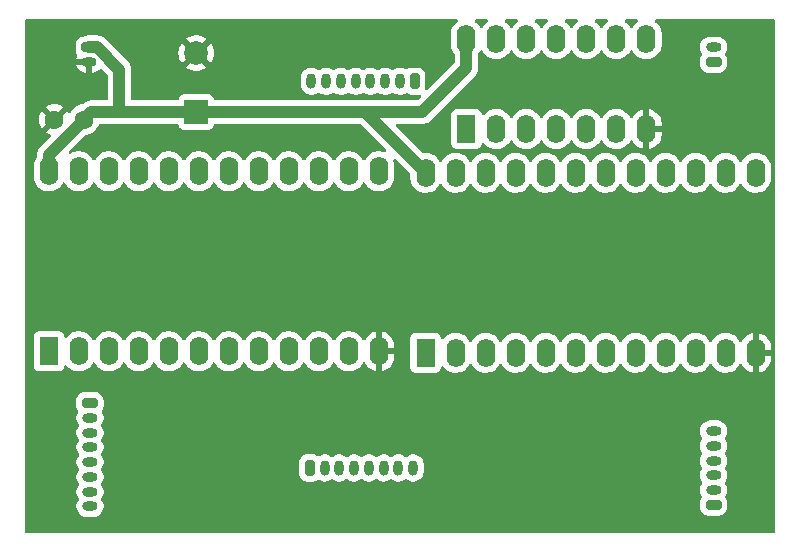
<source format=gbr>
%TF.GenerationSoftware,KiCad,Pcbnew,8.0.3*%
%TF.CreationDate,2024-07-14T22:50:11-07:00*%
%TF.ProjectId,Artemis ALU Module,41727465-6d69-4732-9041-4c55204d6f64,rev?*%
%TF.SameCoordinates,Original*%
%TF.FileFunction,Copper,L2,Inr*%
%TF.FilePolarity,Positive*%
%FSLAX46Y46*%
G04 Gerber Fmt 4.6, Leading zero omitted, Abs format (unit mm)*
G04 Created by KiCad (PCBNEW 8.0.3) date 2024-07-14 22:50:11*
%MOMM*%
%LPD*%
G01*
G04 APERTURE LIST*
G04 Aperture macros list*
%AMRoundRect*
0 Rectangle with rounded corners*
0 $1 Rounding radius*
0 $2 $3 $4 $5 $6 $7 $8 $9 X,Y pos of 4 corners*
0 Add a 4 corners polygon primitive as box body*
4,1,4,$2,$3,$4,$5,$6,$7,$8,$9,$2,$3,0*
0 Add four circle primitives for the rounded corners*
1,1,$1+$1,$2,$3*
1,1,$1+$1,$4,$5*
1,1,$1+$1,$6,$7*
1,1,$1+$1,$8,$9*
0 Add four rect primitives between the rounded corners*
20,1,$1+$1,$2,$3,$4,$5,0*
20,1,$1+$1,$4,$5,$6,$7,0*
20,1,$1+$1,$6,$7,$8,$9,0*
20,1,$1+$1,$8,$9,$2,$3,0*%
G04 Aperture macros list end*
%TA.AperFunction,ComponentPad*%
%ADD10R,1.600000X2.400000*%
%TD*%
%TA.AperFunction,ComponentPad*%
%ADD11O,1.600000X2.400000*%
%TD*%
%TA.AperFunction,ComponentPad*%
%ADD12RoundRect,0.200000X0.450000X-0.200000X0.450000X0.200000X-0.450000X0.200000X-0.450000X-0.200000X0*%
%TD*%
%TA.AperFunction,ComponentPad*%
%ADD13O,1.300000X0.800000*%
%TD*%
%TA.AperFunction,ComponentPad*%
%ADD14RoundRect,0.200000X-0.200000X-0.450000X0.200000X-0.450000X0.200000X0.450000X-0.200000X0.450000X0*%
%TD*%
%TA.AperFunction,ComponentPad*%
%ADD15O,0.800000X1.300000*%
%TD*%
%TA.AperFunction,ComponentPad*%
%ADD16RoundRect,0.200000X-0.450000X0.200000X-0.450000X-0.200000X0.450000X-0.200000X0.450000X0.200000X0*%
%TD*%
%TA.AperFunction,ComponentPad*%
%ADD17C,1.600000*%
%TD*%
%TA.AperFunction,ComponentPad*%
%ADD18RoundRect,0.200000X0.200000X0.450000X-0.200000X0.450000X-0.200000X-0.450000X0.200000X-0.450000X0*%
%TD*%
%TA.AperFunction,ComponentPad*%
%ADD19R,2.000000X2.000000*%
%TD*%
%TA.AperFunction,ComponentPad*%
%ADD20C,2.000000*%
%TD*%
%TA.AperFunction,Conductor*%
%ADD21C,1.000000*%
%TD*%
G04 APERTURE END LIST*
D10*
%TO.N,/F7*%
%TO.C,U3*%
X179375000Y-80300000D03*
D11*
%TO.N,/F6*%
X181915000Y-80300000D03*
%TO.N,/F5*%
X184455000Y-80300000D03*
%TO.N,/F4*%
X186995000Y-80300000D03*
%TO.N,/F3*%
X189535000Y-80300000D03*
%TO.N,/F2*%
X192075000Y-80300000D03*
%TO.N,GNDREF*%
X194615000Y-80300000D03*
%TO.N,/Zero flag*%
X194615000Y-72680000D03*
%TO.N,N/C*%
X192075000Y-72680000D03*
X189535000Y-72680000D03*
%TO.N,/F1*%
X186995000Y-72680000D03*
%TO.N,/F0*%
X184455000Y-72680000D03*
%TO.N,N/C*%
X181915000Y-72680000D03*
%TO.N,VCC*%
X179375000Y-72680000D03*
%TD*%
D12*
%TO.N,/S0*%
%TO.C,J4*%
X200300000Y-112125000D03*
D13*
%TO.N,/S1*%
X200300000Y-110875000D03*
%TO.N,/S2*%
X200300000Y-109625000D03*
%TO.N,/S3*%
X200300000Y-108375000D03*
%TO.N,/M*%
X200300000Y-107125000D03*
%TO.N,/~{Cn}*%
X200300000Y-105875000D03*
%TD*%
D14*
%TO.N,/B0*%
%TO.C,J1*%
X166125000Y-109000000D03*
D15*
%TO.N,/B1*%
X167375000Y-109000000D03*
%TO.N,/B2*%
X168625000Y-109000000D03*
%TO.N,/B3*%
X169875000Y-109000000D03*
%TO.N,/B4*%
X171125000Y-109000000D03*
%TO.N,/B5*%
X172375000Y-109000000D03*
%TO.N,/B6*%
X173625000Y-109000000D03*
%TO.N,/B7*%
X174875000Y-109000000D03*
%TD*%
D16*
%TO.N,VCC*%
%TO.C,J6*%
X147450000Y-73375000D03*
D13*
%TO.N,GNDREF*%
X147450000Y-74625000D03*
%TD*%
D16*
%TO.N,/F0*%
%TO.C,J3*%
X147500000Y-103500000D03*
D13*
%TO.N,/F1*%
X147500000Y-104750000D03*
%TO.N,/F2*%
X147500000Y-106000000D03*
%TO.N,/F3*%
X147500000Y-107250000D03*
%TO.N,/F4*%
X147500000Y-108500000D03*
%TO.N,/F5*%
X147500000Y-109750000D03*
%TO.N,/F6*%
X147500000Y-111000000D03*
%TO.N,/F7*%
X147500000Y-112250000D03*
%TD*%
D17*
%TO.N,VCC*%
%TO.C,C2*%
X147000000Y-79500000D03*
%TO.N,GNDREF*%
X144500000Y-79500000D03*
%TD*%
D10*
%TO.N,/B0*%
%TO.C,U2*%
X175920000Y-99240000D03*
D11*
%TO.N,/A0*%
X178460000Y-99240000D03*
%TO.N,/S3*%
X181000000Y-99240000D03*
%TO.N,/S2*%
X183540000Y-99240000D03*
%TO.N,/S1*%
X186080000Y-99240000D03*
%TO.N,/S0*%
X188620000Y-99240000D03*
%TO.N,/~{Cn}*%
X191160000Y-99240000D03*
%TO.N,/M*%
X193700000Y-99240000D03*
%TO.N,/F0*%
X196240000Y-99240000D03*
%TO.N,/F1*%
X198780000Y-99240000D03*
%TO.N,/F2*%
X201320000Y-99240000D03*
%TO.N,GNDREF*%
X203860000Y-99240000D03*
%TO.N,/F3*%
X203860000Y-84000000D03*
%TO.N,unconnected-(U2-A=B-Pad14)*%
X201320000Y-84000000D03*
%TO.N,unconnected-(U2-X-Pad15)*%
X198780000Y-84000000D03*
%TO.N,Net-(U1-Cn)*%
X196240000Y-84000000D03*
%TO.N,unconnected-(U2-Y-Pad17)*%
X193700000Y-84000000D03*
%TO.N,/B3*%
X191160000Y-84000000D03*
%TO.N,/A3*%
X188620000Y-84000000D03*
%TO.N,/B2*%
X186080000Y-84000000D03*
%TO.N,/A2*%
X183540000Y-84000000D03*
%TO.N,/B1*%
X181000000Y-84000000D03*
%TO.N,/A1*%
X178460000Y-84000000D03*
%TO.N,VCC*%
X175920000Y-84000000D03*
%TD*%
D12*
%TO.N,/Zero flag*%
%TO.C,J5*%
X200300000Y-74625000D03*
D13*
%TO.N,/~{Carry flag}*%
X200300000Y-73375000D03*
%TD*%
D18*
%TO.N,/A0*%
%TO.C,J2*%
X175000000Y-76250000D03*
D15*
%TO.N,/A1*%
X173750000Y-76250000D03*
%TO.N,/A2*%
X172500000Y-76250000D03*
%TO.N,/A3*%
X171250000Y-76250000D03*
%TO.N,/A4*%
X170000000Y-76250000D03*
%TO.N,/A5*%
X168750000Y-76250000D03*
%TO.N,/A6*%
X167500000Y-76250000D03*
%TO.N,/A7*%
X166250000Y-76250000D03*
%TD*%
D10*
%TO.N,/B4*%
%TO.C,U1*%
X144025000Y-99125000D03*
D11*
%TO.N,/A4*%
X146565000Y-99125000D03*
%TO.N,/S3*%
X149105000Y-99125000D03*
%TO.N,/S2*%
X151645000Y-99125000D03*
%TO.N,/S1*%
X154185000Y-99125000D03*
%TO.N,/S0*%
X156725000Y-99125000D03*
%TO.N,Net-(U1-Cn)*%
X159265000Y-99125000D03*
%TO.N,/M*%
X161805000Y-99125000D03*
%TO.N,/F4*%
X164345000Y-99125000D03*
%TO.N,/F5*%
X166885000Y-99125000D03*
%TO.N,/F6*%
X169425000Y-99125000D03*
%TO.N,GNDREF*%
X171965000Y-99125000D03*
%TO.N,/F7*%
X171965000Y-83885000D03*
%TO.N,unconnected-(U1-A=B-Pad14)*%
X169425000Y-83885000D03*
%TO.N,unconnected-(U1-X-Pad15)*%
X166885000Y-83885000D03*
%TO.N,/~{Carry flag}*%
X164345000Y-83885000D03*
%TO.N,unconnected-(U1-Y-Pad17)*%
X161805000Y-83885000D03*
%TO.N,/B7*%
X159265000Y-83885000D03*
%TO.N,/A7*%
X156725000Y-83885000D03*
%TO.N,/B6*%
X154185000Y-83885000D03*
%TO.N,/A6*%
X151645000Y-83885000D03*
%TO.N,/B5*%
X149105000Y-83885000D03*
%TO.N,/A5*%
X146565000Y-83885000D03*
%TO.N,VCC*%
X144025000Y-83885000D03*
%TD*%
D19*
%TO.N,VCC*%
%TO.C,C1*%
X156500000Y-78867677D03*
D20*
%TO.N,GNDREF*%
X156500000Y-73867677D03*
%TD*%
D21*
%TO.N,VCC*%
X147632323Y-78867677D02*
X147000000Y-79500000D01*
X156500000Y-78867677D02*
X170787677Y-78867677D01*
X179375000Y-75125000D02*
X179375000Y-72680000D01*
X144025000Y-82475000D02*
X147000000Y-79500000D01*
X144025000Y-83885000D02*
X144025000Y-82475000D01*
X147450000Y-73375000D02*
X148100000Y-73375000D01*
X150000000Y-75275000D02*
X150000000Y-78867677D01*
X170787677Y-78867677D02*
X175632323Y-78867677D01*
X156500000Y-78867677D02*
X150000000Y-78867677D01*
X170787677Y-78867677D02*
X175920000Y-84000000D01*
X175632323Y-78867677D02*
X179375000Y-75125000D01*
X148100000Y-73375000D02*
X150000000Y-75275000D01*
X150000000Y-78867677D02*
X147632323Y-78867677D01*
%TD*%
%TA.AperFunction,Conductor*%
%TO.N,GNDREF*%
G36*
X178609632Y-71019685D02*
G01*
X178655387Y-71072489D01*
X178665331Y-71141647D01*
X178636306Y-71205203D01*
X178615478Y-71224318D01*
X178527786Y-71288028D01*
X178383028Y-71432786D01*
X178262715Y-71598386D01*
X178169781Y-71780776D01*
X178106522Y-71975465D01*
X178074500Y-72177648D01*
X178074500Y-73182351D01*
X178106522Y-73384534D01*
X178169781Y-73579223D01*
X178232438Y-73702192D01*
X178262713Y-73761610D01*
X178350819Y-73882877D01*
X178374298Y-73948681D01*
X178374500Y-73955761D01*
X178374500Y-74659217D01*
X178354815Y-74726256D01*
X178338181Y-74746898D01*
X176085141Y-76999937D01*
X176023818Y-77033422D01*
X175954126Y-77028438D01*
X175898193Y-76986566D01*
X175873776Y-76921102D01*
X175879074Y-76875371D01*
X175894086Y-76827196D01*
X175900500Y-76756616D01*
X175900500Y-75743384D01*
X175894086Y-75672804D01*
X175843478Y-75510394D01*
X175755472Y-75364815D01*
X175755470Y-75364813D01*
X175755469Y-75364811D01*
X175635188Y-75244530D01*
X175564820Y-75201991D01*
X175489606Y-75156522D01*
X175327196Y-75105914D01*
X175327194Y-75105913D01*
X175327192Y-75105913D01*
X175277778Y-75101423D01*
X175256616Y-75099500D01*
X174743384Y-75099500D01*
X174724145Y-75101248D01*
X174672807Y-75105913D01*
X174510391Y-75156523D01*
X174366875Y-75243281D01*
X174299321Y-75261117D01*
X174233834Y-75240265D01*
X174176555Y-75201991D01*
X174176540Y-75201983D01*
X174012667Y-75134106D01*
X174012658Y-75134103D01*
X173838694Y-75099500D01*
X173838691Y-75099500D01*
X173661309Y-75099500D01*
X173661306Y-75099500D01*
X173487341Y-75134103D01*
X173487332Y-75134106D01*
X173323459Y-75201983D01*
X173323446Y-75201990D01*
X173193891Y-75288557D01*
X173127213Y-75309435D01*
X173059833Y-75290950D01*
X173056109Y-75288557D01*
X172926553Y-75201990D01*
X172926540Y-75201983D01*
X172762667Y-75134106D01*
X172762658Y-75134103D01*
X172588694Y-75099500D01*
X172588691Y-75099500D01*
X172411309Y-75099500D01*
X172411306Y-75099500D01*
X172237341Y-75134103D01*
X172237332Y-75134106D01*
X172073459Y-75201983D01*
X172073446Y-75201990D01*
X171943891Y-75288557D01*
X171877213Y-75309435D01*
X171809833Y-75290950D01*
X171806109Y-75288557D01*
X171676553Y-75201990D01*
X171676540Y-75201983D01*
X171512667Y-75134106D01*
X171512658Y-75134103D01*
X171338694Y-75099500D01*
X171338691Y-75099500D01*
X171161309Y-75099500D01*
X171161306Y-75099500D01*
X170987341Y-75134103D01*
X170987332Y-75134106D01*
X170823459Y-75201983D01*
X170823446Y-75201990D01*
X170693891Y-75288557D01*
X170627213Y-75309435D01*
X170559833Y-75290950D01*
X170556109Y-75288557D01*
X170426553Y-75201990D01*
X170426540Y-75201983D01*
X170262667Y-75134106D01*
X170262658Y-75134103D01*
X170088694Y-75099500D01*
X170088691Y-75099500D01*
X169911309Y-75099500D01*
X169911306Y-75099500D01*
X169737341Y-75134103D01*
X169737332Y-75134106D01*
X169573459Y-75201983D01*
X169573446Y-75201990D01*
X169443891Y-75288557D01*
X169377213Y-75309435D01*
X169309833Y-75290950D01*
X169306109Y-75288557D01*
X169176553Y-75201990D01*
X169176540Y-75201983D01*
X169012667Y-75134106D01*
X169012658Y-75134103D01*
X168838694Y-75099500D01*
X168838691Y-75099500D01*
X168661309Y-75099500D01*
X168661306Y-75099500D01*
X168487341Y-75134103D01*
X168487332Y-75134106D01*
X168323459Y-75201983D01*
X168323446Y-75201990D01*
X168193891Y-75288557D01*
X168127213Y-75309435D01*
X168059833Y-75290950D01*
X168056109Y-75288557D01*
X167926553Y-75201990D01*
X167926540Y-75201983D01*
X167762667Y-75134106D01*
X167762658Y-75134103D01*
X167588694Y-75099500D01*
X167588691Y-75099500D01*
X167411309Y-75099500D01*
X167411306Y-75099500D01*
X167237341Y-75134103D01*
X167237332Y-75134106D01*
X167073459Y-75201983D01*
X167073446Y-75201990D01*
X166943891Y-75288557D01*
X166877213Y-75309435D01*
X166809833Y-75290950D01*
X166806109Y-75288557D01*
X166676553Y-75201990D01*
X166676540Y-75201983D01*
X166512667Y-75134106D01*
X166512658Y-75134103D01*
X166338694Y-75099500D01*
X166338691Y-75099500D01*
X166161309Y-75099500D01*
X166161306Y-75099500D01*
X165987341Y-75134103D01*
X165987332Y-75134106D01*
X165823459Y-75201983D01*
X165823446Y-75201990D01*
X165675965Y-75300535D01*
X165675961Y-75300538D01*
X165550538Y-75425961D01*
X165550535Y-75425965D01*
X165451990Y-75573446D01*
X165451983Y-75573459D01*
X165384106Y-75737332D01*
X165384103Y-75737341D01*
X165349500Y-75911304D01*
X165349500Y-76588695D01*
X165384103Y-76762658D01*
X165384106Y-76762667D01*
X165451983Y-76926540D01*
X165451990Y-76926553D01*
X165550535Y-77074034D01*
X165550538Y-77074038D01*
X165675961Y-77199461D01*
X165675965Y-77199464D01*
X165823446Y-77298009D01*
X165823459Y-77298016D01*
X165933214Y-77343477D01*
X165987334Y-77365894D01*
X165987336Y-77365894D01*
X165987341Y-77365896D01*
X166161304Y-77400499D01*
X166161307Y-77400500D01*
X166161309Y-77400500D01*
X166338693Y-77400500D01*
X166338694Y-77400499D01*
X166396682Y-77388964D01*
X166512658Y-77365896D01*
X166512661Y-77365894D01*
X166512666Y-77365894D01*
X166676547Y-77298013D01*
X166806109Y-77211442D01*
X166872786Y-77190564D01*
X166940166Y-77209048D01*
X166943891Y-77211442D01*
X167016163Y-77259733D01*
X167073453Y-77298013D01*
X167073455Y-77298014D01*
X167073459Y-77298016D01*
X167183214Y-77343477D01*
X167237334Y-77365894D01*
X167237336Y-77365894D01*
X167237341Y-77365896D01*
X167411304Y-77400499D01*
X167411307Y-77400500D01*
X167411309Y-77400500D01*
X167588693Y-77400500D01*
X167588694Y-77400499D01*
X167646682Y-77388964D01*
X167762658Y-77365896D01*
X167762661Y-77365894D01*
X167762666Y-77365894D01*
X167926547Y-77298013D01*
X168056109Y-77211442D01*
X168122786Y-77190564D01*
X168190166Y-77209048D01*
X168193891Y-77211442D01*
X168266163Y-77259733D01*
X168323453Y-77298013D01*
X168323455Y-77298014D01*
X168323459Y-77298016D01*
X168433214Y-77343477D01*
X168487334Y-77365894D01*
X168487336Y-77365894D01*
X168487341Y-77365896D01*
X168661304Y-77400499D01*
X168661307Y-77400500D01*
X168661309Y-77400500D01*
X168838693Y-77400500D01*
X168838694Y-77400499D01*
X168896682Y-77388964D01*
X169012658Y-77365896D01*
X169012661Y-77365894D01*
X169012666Y-77365894D01*
X169176547Y-77298013D01*
X169306109Y-77211442D01*
X169372786Y-77190564D01*
X169440166Y-77209048D01*
X169443891Y-77211442D01*
X169516163Y-77259733D01*
X169573453Y-77298013D01*
X169573455Y-77298014D01*
X169573459Y-77298016D01*
X169683214Y-77343477D01*
X169737334Y-77365894D01*
X169737336Y-77365894D01*
X169737341Y-77365896D01*
X169911304Y-77400499D01*
X169911307Y-77400500D01*
X169911309Y-77400500D01*
X170088693Y-77400500D01*
X170088694Y-77400499D01*
X170146682Y-77388964D01*
X170262658Y-77365896D01*
X170262661Y-77365894D01*
X170262666Y-77365894D01*
X170426547Y-77298013D01*
X170556109Y-77211442D01*
X170622786Y-77190564D01*
X170690166Y-77209048D01*
X170693891Y-77211442D01*
X170766163Y-77259733D01*
X170823453Y-77298013D01*
X170823455Y-77298014D01*
X170823459Y-77298016D01*
X170933214Y-77343477D01*
X170987334Y-77365894D01*
X170987336Y-77365894D01*
X170987341Y-77365896D01*
X171161304Y-77400499D01*
X171161307Y-77400500D01*
X171161309Y-77400500D01*
X171338693Y-77400500D01*
X171338694Y-77400499D01*
X171396682Y-77388964D01*
X171512658Y-77365896D01*
X171512661Y-77365894D01*
X171512666Y-77365894D01*
X171676547Y-77298013D01*
X171806109Y-77211442D01*
X171872786Y-77190564D01*
X171940166Y-77209048D01*
X171943891Y-77211442D01*
X172016163Y-77259733D01*
X172073453Y-77298013D01*
X172073455Y-77298014D01*
X172073459Y-77298016D01*
X172183214Y-77343477D01*
X172237334Y-77365894D01*
X172237336Y-77365894D01*
X172237341Y-77365896D01*
X172411304Y-77400499D01*
X172411307Y-77400500D01*
X172411309Y-77400500D01*
X172588693Y-77400500D01*
X172588694Y-77400499D01*
X172646682Y-77388964D01*
X172762658Y-77365896D01*
X172762661Y-77365894D01*
X172762666Y-77365894D01*
X172926547Y-77298013D01*
X173056109Y-77211442D01*
X173122786Y-77190564D01*
X173190166Y-77209048D01*
X173193891Y-77211442D01*
X173266163Y-77259733D01*
X173323453Y-77298013D01*
X173323455Y-77298014D01*
X173323459Y-77298016D01*
X173433214Y-77343477D01*
X173487334Y-77365894D01*
X173487336Y-77365894D01*
X173487341Y-77365896D01*
X173661304Y-77400499D01*
X173661307Y-77400500D01*
X173661309Y-77400500D01*
X173838693Y-77400500D01*
X173838694Y-77400499D01*
X173896682Y-77388964D01*
X174012658Y-77365896D01*
X174012661Y-77365894D01*
X174012666Y-77365894D01*
X174176547Y-77298013D01*
X174233838Y-77259731D01*
X174300510Y-77238854D01*
X174366873Y-77256716D01*
X174510394Y-77343478D01*
X174672804Y-77394086D01*
X174743384Y-77400500D01*
X174743387Y-77400500D01*
X175256613Y-77400500D01*
X175256616Y-77400500D01*
X175327196Y-77394086D01*
X175375369Y-77379074D01*
X175445226Y-77377923D01*
X175504619Y-77414724D01*
X175534687Y-77477792D01*
X175525885Y-77547105D01*
X175499938Y-77585141D01*
X175254222Y-77830858D01*
X175192899Y-77864343D01*
X175166541Y-77867177D01*
X158116977Y-77867177D01*
X158049938Y-77847492D01*
X158004183Y-77794688D01*
X157996733Y-77767542D01*
X157995876Y-77767745D01*
X157994092Y-77760197D01*
X157943797Y-77625348D01*
X157943793Y-77625341D01*
X157857547Y-77510132D01*
X157857544Y-77510129D01*
X157742335Y-77423883D01*
X157742328Y-77423879D01*
X157607482Y-77373585D01*
X157607483Y-77373585D01*
X157547883Y-77367178D01*
X157547881Y-77367177D01*
X157547873Y-77367177D01*
X157547864Y-77367177D01*
X155452129Y-77367177D01*
X155452123Y-77367178D01*
X155392516Y-77373585D01*
X155257671Y-77423879D01*
X155257664Y-77423883D01*
X155142455Y-77510129D01*
X155142452Y-77510132D01*
X155056206Y-77625341D01*
X155056202Y-77625348D01*
X155005908Y-77760194D01*
X155004126Y-77767739D01*
X155001853Y-77767202D01*
X154979571Y-77820989D01*
X154922177Y-77860834D01*
X154883024Y-77867177D01*
X151124500Y-77867177D01*
X151057461Y-77847492D01*
X151011706Y-77794688D01*
X151000500Y-77743177D01*
X151000500Y-75176456D01*
X150962052Y-74983170D01*
X150962051Y-74983169D01*
X150962051Y-74983165D01*
X150922435Y-74887523D01*
X150886635Y-74801092D01*
X150886628Y-74801079D01*
X150777140Y-74637219D01*
X150715193Y-74575272D01*
X150637782Y-74497861D01*
X150637781Y-74497860D01*
X150007592Y-73867671D01*
X154994859Y-73867671D01*
X154994859Y-73867682D01*
X155015385Y-74115406D01*
X155015387Y-74115415D01*
X155076412Y-74356394D01*
X155176266Y-74584041D01*
X155276564Y-74737559D01*
X156017037Y-73997086D01*
X156034075Y-74060670D01*
X156099901Y-74174684D01*
X156192993Y-74267776D01*
X156307007Y-74333602D01*
X156370590Y-74350639D01*
X155629942Y-75091286D01*
X155676768Y-75127732D01*
X155676770Y-75127733D01*
X155895385Y-75246041D01*
X155895396Y-75246046D01*
X156130506Y-75326760D01*
X156375707Y-75367677D01*
X156624293Y-75367677D01*
X156869493Y-75326760D01*
X157104603Y-75246046D01*
X157104614Y-75246041D01*
X157323228Y-75127734D01*
X157323231Y-75127732D01*
X157370056Y-75091286D01*
X156629409Y-74350639D01*
X156692993Y-74333602D01*
X156807007Y-74267776D01*
X156900099Y-74174684D01*
X156965925Y-74060670D01*
X156982962Y-73997087D01*
X157723434Y-74737559D01*
X157823731Y-74584046D01*
X157923587Y-74356394D01*
X157984612Y-74115415D01*
X157984614Y-74115406D01*
X158005141Y-73867682D01*
X158005141Y-73867671D01*
X157984614Y-73619947D01*
X157984612Y-73619938D01*
X157923587Y-73378959D01*
X157823731Y-73151307D01*
X157723434Y-72997793D01*
X156982962Y-73738266D01*
X156965925Y-73674684D01*
X156900099Y-73560670D01*
X156807007Y-73467578D01*
X156692993Y-73401752D01*
X156629410Y-73384714D01*
X157370057Y-72644067D01*
X157370056Y-72644066D01*
X157323229Y-72607620D01*
X157104614Y-72489312D01*
X157104603Y-72489307D01*
X156869493Y-72408593D01*
X156624293Y-72367677D01*
X156375707Y-72367677D01*
X156130506Y-72408593D01*
X155895396Y-72489307D01*
X155895390Y-72489309D01*
X155676761Y-72607626D01*
X155629942Y-72644065D01*
X155629942Y-72644067D01*
X156370590Y-73384714D01*
X156307007Y-73401752D01*
X156192993Y-73467578D01*
X156099901Y-73560670D01*
X156034075Y-73674684D01*
X156017037Y-73738266D01*
X155276564Y-72997793D01*
X155176267Y-73151309D01*
X155076412Y-73378959D01*
X155015387Y-73619938D01*
X155015385Y-73619947D01*
X154994859Y-73867671D01*
X150007592Y-73867671D01*
X148884208Y-72744288D01*
X148884206Y-72744285D01*
X148884206Y-72744286D01*
X148877139Y-72737219D01*
X148877139Y-72737218D01*
X148737782Y-72597861D01*
X148737781Y-72597860D01*
X148737780Y-72597859D01*
X148573920Y-72488371D01*
X148573911Y-72488366D01*
X148490683Y-72453892D01*
X148445165Y-72435038D01*
X148418500Y-72423993D01*
X148391837Y-72412949D01*
X148391833Y-72412948D01*
X148267239Y-72388165D01*
X148244339Y-72383610D01*
X148198543Y-72374500D01*
X148198541Y-72374500D01*
X147351459Y-72374500D01*
X147351457Y-72374500D01*
X147158170Y-72412947D01*
X147158160Y-72412950D01*
X147032354Y-72465061D01*
X146984902Y-72474500D01*
X146943384Y-72474500D01*
X146924145Y-72476248D01*
X146872807Y-72480913D01*
X146710393Y-72531522D01*
X146564811Y-72619530D01*
X146444530Y-72739811D01*
X146356522Y-72885393D01*
X146305913Y-73047807D01*
X146299500Y-73118386D01*
X146299500Y-73631613D01*
X146305913Y-73702192D01*
X146305913Y-73702194D01*
X146305914Y-73702196D01*
X146356522Y-73864606D01*
X146443567Y-74008596D01*
X146461403Y-74076148D01*
X146440553Y-74141634D01*
X146402429Y-74198691D01*
X146334587Y-74362476D01*
X146334584Y-74362483D01*
X146332096Y-74375000D01*
X147340291Y-74375000D01*
X147350469Y-74375500D01*
X147351459Y-74375500D01*
X147399065Y-74375500D01*
X147308386Y-74413060D01*
X147238060Y-74483386D01*
X147200000Y-74575272D01*
X147200000Y-74674728D01*
X147238060Y-74766614D01*
X147308386Y-74836940D01*
X147400272Y-74875000D01*
X147499728Y-74875000D01*
X147591614Y-74836940D01*
X147661940Y-74766614D01*
X147700000Y-74674728D01*
X147700000Y-75525000D01*
X147788643Y-75525000D01*
X147788646Y-75524999D01*
X147962512Y-75490415D01*
X147962520Y-75490413D01*
X148126307Y-75422571D01*
X148126316Y-75422566D01*
X148273716Y-75324076D01*
X148273720Y-75324073D01*
X148366256Y-75231538D01*
X148427579Y-75198053D01*
X148497271Y-75203037D01*
X148541618Y-75231538D01*
X148963181Y-75653101D01*
X148996666Y-75714424D01*
X148999500Y-75740782D01*
X148999500Y-77743177D01*
X148979815Y-77810216D01*
X148927011Y-77855971D01*
X148875500Y-77867177D01*
X147533778Y-77867177D01*
X147437135Y-77886401D01*
X147340490Y-77905624D01*
X147340484Y-77905626D01*
X147287157Y-77927714D01*
X147287157Y-77927715D01*
X147244241Y-77945491D01*
X147158407Y-77981045D01*
X147158406Y-77981045D01*
X147035368Y-78063256D01*
X147035369Y-78063257D01*
X146994541Y-78090536D01*
X146994538Y-78090539D01*
X146911966Y-78173112D01*
X146850643Y-78206597D01*
X146835094Y-78208959D01*
X146773311Y-78214364D01*
X146773302Y-78214366D01*
X146553511Y-78273258D01*
X146553502Y-78273261D01*
X146347267Y-78369431D01*
X146347265Y-78369432D01*
X146160858Y-78499954D01*
X145999954Y-78660858D01*
X145869432Y-78847265D01*
X145869429Y-78847270D01*
X145862104Y-78862979D01*
X145815929Y-78915417D01*
X145748735Y-78934566D01*
X145681855Y-78914347D01*
X145637341Y-78862973D01*
X145630133Y-78847515D01*
X145630132Y-78847513D01*
X145579025Y-78774526D01*
X144900000Y-79453552D01*
X144900000Y-79447339D01*
X144872741Y-79345606D01*
X144820080Y-79254394D01*
X144745606Y-79179920D01*
X144654394Y-79127259D01*
X144552661Y-79100000D01*
X144546448Y-79100000D01*
X145225472Y-78420974D01*
X145152478Y-78369863D01*
X144946331Y-78273735D01*
X144946317Y-78273730D01*
X144726610Y-78214860D01*
X144726599Y-78214858D01*
X144500002Y-78195034D01*
X144499998Y-78195034D01*
X144273400Y-78214858D01*
X144273389Y-78214860D01*
X144053682Y-78273730D01*
X144053673Y-78273734D01*
X143847516Y-78369866D01*
X143847512Y-78369868D01*
X143774526Y-78420973D01*
X143774526Y-78420974D01*
X144453553Y-79100000D01*
X144447339Y-79100000D01*
X144345606Y-79127259D01*
X144254394Y-79179920D01*
X144179920Y-79254394D01*
X144127259Y-79345606D01*
X144100000Y-79447339D01*
X144100000Y-79453552D01*
X143420974Y-78774526D01*
X143420973Y-78774526D01*
X143369868Y-78847512D01*
X143369866Y-78847516D01*
X143273734Y-79053673D01*
X143273730Y-79053682D01*
X143214860Y-79273389D01*
X143214858Y-79273400D01*
X143195034Y-79499997D01*
X143195034Y-79500002D01*
X143214858Y-79726599D01*
X143214860Y-79726610D01*
X143273730Y-79946317D01*
X143273735Y-79946331D01*
X143369863Y-80152478D01*
X143420974Y-80225472D01*
X144100000Y-79546446D01*
X144100000Y-79552661D01*
X144127259Y-79654394D01*
X144179920Y-79745606D01*
X144254394Y-79820080D01*
X144345606Y-79872741D01*
X144447339Y-79900000D01*
X144453553Y-79900000D01*
X143774526Y-80579025D01*
X143847513Y-80630132D01*
X143847521Y-80630136D01*
X144053668Y-80726264D01*
X144053682Y-80726269D01*
X144086871Y-80735162D01*
X144146532Y-80771527D01*
X144177061Y-80834373D01*
X144168767Y-80903749D01*
X144142459Y-80942618D01*
X143574150Y-81510929D01*
X143387220Y-81697859D01*
X143387218Y-81697861D01*
X143342751Y-81742328D01*
X143247859Y-81837219D01*
X143138371Y-82001079D01*
X143138366Y-82001089D01*
X143085038Y-82129835D01*
X143062950Y-82183159D01*
X143062947Y-82183167D01*
X143043731Y-82279779D01*
X143043731Y-82279780D01*
X143024500Y-82376456D01*
X143024500Y-82609237D01*
X143004815Y-82676276D01*
X143000818Y-82682122D01*
X142912715Y-82803386D01*
X142819781Y-82985776D01*
X142756522Y-83180465D01*
X142724500Y-83382648D01*
X142724500Y-84387351D01*
X142756522Y-84589534D01*
X142819781Y-84784223D01*
X142912715Y-84966613D01*
X143033028Y-85132213D01*
X143177786Y-85276971D01*
X143332749Y-85389556D01*
X143343390Y-85397287D01*
X143459607Y-85456503D01*
X143525776Y-85490218D01*
X143525778Y-85490218D01*
X143525781Y-85490220D01*
X143630137Y-85524127D01*
X143720465Y-85553477D01*
X143821557Y-85569488D01*
X143922648Y-85585500D01*
X143922649Y-85585500D01*
X144127351Y-85585500D01*
X144127352Y-85585500D01*
X144329534Y-85553477D01*
X144524219Y-85490220D01*
X144706610Y-85397287D01*
X144799590Y-85329732D01*
X144872213Y-85276971D01*
X144872215Y-85276968D01*
X144872219Y-85276966D01*
X145016966Y-85132219D01*
X145016968Y-85132215D01*
X145016971Y-85132213D01*
X145137284Y-84966614D01*
X145137285Y-84966613D01*
X145137287Y-84966610D01*
X145184516Y-84873917D01*
X145232489Y-84823123D01*
X145300310Y-84806328D01*
X145366445Y-84828865D01*
X145405485Y-84873919D01*
X145452715Y-84966614D01*
X145573028Y-85132213D01*
X145717786Y-85276971D01*
X145872749Y-85389556D01*
X145883390Y-85397287D01*
X145999607Y-85456503D01*
X146065776Y-85490218D01*
X146065778Y-85490218D01*
X146065781Y-85490220D01*
X146170137Y-85524127D01*
X146260465Y-85553477D01*
X146361557Y-85569488D01*
X146462648Y-85585500D01*
X146462649Y-85585500D01*
X146667351Y-85585500D01*
X146667352Y-85585500D01*
X146869534Y-85553477D01*
X147064219Y-85490220D01*
X147246610Y-85397287D01*
X147339590Y-85329732D01*
X147412213Y-85276971D01*
X147412215Y-85276968D01*
X147412219Y-85276966D01*
X147556966Y-85132219D01*
X147556968Y-85132215D01*
X147556971Y-85132213D01*
X147677284Y-84966614D01*
X147677285Y-84966613D01*
X147677287Y-84966610D01*
X147724516Y-84873917D01*
X147772489Y-84823123D01*
X147840310Y-84806328D01*
X147906445Y-84828865D01*
X147945485Y-84873919D01*
X147992715Y-84966614D01*
X148113028Y-85132213D01*
X148257786Y-85276971D01*
X148412749Y-85389556D01*
X148423390Y-85397287D01*
X148539607Y-85456503D01*
X148605776Y-85490218D01*
X148605778Y-85490218D01*
X148605781Y-85490220D01*
X148710137Y-85524127D01*
X148800465Y-85553477D01*
X148901557Y-85569488D01*
X149002648Y-85585500D01*
X149002649Y-85585500D01*
X149207351Y-85585500D01*
X149207352Y-85585500D01*
X149409534Y-85553477D01*
X149604219Y-85490220D01*
X149786610Y-85397287D01*
X149879590Y-85329732D01*
X149952213Y-85276971D01*
X149952215Y-85276968D01*
X149952219Y-85276966D01*
X150096966Y-85132219D01*
X150096968Y-85132215D01*
X150096971Y-85132213D01*
X150217284Y-84966614D01*
X150217285Y-84966613D01*
X150217287Y-84966610D01*
X150264516Y-84873917D01*
X150312489Y-84823123D01*
X150380310Y-84806328D01*
X150446445Y-84828865D01*
X150485485Y-84873919D01*
X150532715Y-84966614D01*
X150653028Y-85132213D01*
X150797786Y-85276971D01*
X150952749Y-85389556D01*
X150963390Y-85397287D01*
X151079607Y-85456503D01*
X151145776Y-85490218D01*
X151145778Y-85490218D01*
X151145781Y-85490220D01*
X151250137Y-85524127D01*
X151340465Y-85553477D01*
X151441557Y-85569488D01*
X151542648Y-85585500D01*
X151542649Y-85585500D01*
X151747351Y-85585500D01*
X151747352Y-85585500D01*
X151949534Y-85553477D01*
X152144219Y-85490220D01*
X152326610Y-85397287D01*
X152419590Y-85329732D01*
X152492213Y-85276971D01*
X152492215Y-85276968D01*
X152492219Y-85276966D01*
X152636966Y-85132219D01*
X152636968Y-85132215D01*
X152636971Y-85132213D01*
X152757284Y-84966614D01*
X152757285Y-84966613D01*
X152757287Y-84966610D01*
X152804516Y-84873917D01*
X152852489Y-84823123D01*
X152920310Y-84806328D01*
X152986445Y-84828865D01*
X153025485Y-84873919D01*
X153072715Y-84966614D01*
X153193028Y-85132213D01*
X153337786Y-85276971D01*
X153492749Y-85389556D01*
X153503390Y-85397287D01*
X153619607Y-85456503D01*
X153685776Y-85490218D01*
X153685778Y-85490218D01*
X153685781Y-85490220D01*
X153790137Y-85524127D01*
X153880465Y-85553477D01*
X153981557Y-85569488D01*
X154082648Y-85585500D01*
X154082649Y-85585500D01*
X154287351Y-85585500D01*
X154287352Y-85585500D01*
X154489534Y-85553477D01*
X154684219Y-85490220D01*
X154866610Y-85397287D01*
X154959590Y-85329732D01*
X155032213Y-85276971D01*
X155032215Y-85276968D01*
X155032219Y-85276966D01*
X155176966Y-85132219D01*
X155176968Y-85132215D01*
X155176971Y-85132213D01*
X155297284Y-84966614D01*
X155297285Y-84966613D01*
X155297287Y-84966610D01*
X155344516Y-84873917D01*
X155392489Y-84823123D01*
X155460310Y-84806328D01*
X155526445Y-84828865D01*
X155565485Y-84873919D01*
X155612715Y-84966614D01*
X155733028Y-85132213D01*
X155877786Y-85276971D01*
X156032749Y-85389556D01*
X156043390Y-85397287D01*
X156159607Y-85456503D01*
X156225776Y-85490218D01*
X156225778Y-85490218D01*
X156225781Y-85490220D01*
X156330137Y-85524127D01*
X156420465Y-85553477D01*
X156521557Y-85569488D01*
X156622648Y-85585500D01*
X156622649Y-85585500D01*
X156827351Y-85585500D01*
X156827352Y-85585500D01*
X157029534Y-85553477D01*
X157224219Y-85490220D01*
X157406610Y-85397287D01*
X157499590Y-85329732D01*
X157572213Y-85276971D01*
X157572215Y-85276968D01*
X157572219Y-85276966D01*
X157716966Y-85132219D01*
X157716968Y-85132215D01*
X157716971Y-85132213D01*
X157837284Y-84966614D01*
X157837285Y-84966613D01*
X157837287Y-84966610D01*
X157884516Y-84873917D01*
X157932489Y-84823123D01*
X158000310Y-84806328D01*
X158066445Y-84828865D01*
X158105485Y-84873919D01*
X158152715Y-84966614D01*
X158273028Y-85132213D01*
X158417786Y-85276971D01*
X158572749Y-85389556D01*
X158583390Y-85397287D01*
X158699607Y-85456503D01*
X158765776Y-85490218D01*
X158765778Y-85490218D01*
X158765781Y-85490220D01*
X158870137Y-85524127D01*
X158960465Y-85553477D01*
X159061557Y-85569488D01*
X159162648Y-85585500D01*
X159162649Y-85585500D01*
X159367351Y-85585500D01*
X159367352Y-85585500D01*
X159569534Y-85553477D01*
X159764219Y-85490220D01*
X159946610Y-85397287D01*
X160039590Y-85329732D01*
X160112213Y-85276971D01*
X160112215Y-85276968D01*
X160112219Y-85276966D01*
X160256966Y-85132219D01*
X160256968Y-85132215D01*
X160256971Y-85132213D01*
X160377284Y-84966614D01*
X160377285Y-84966613D01*
X160377287Y-84966610D01*
X160424516Y-84873917D01*
X160472489Y-84823123D01*
X160540310Y-84806328D01*
X160606445Y-84828865D01*
X160645485Y-84873919D01*
X160692715Y-84966614D01*
X160813028Y-85132213D01*
X160957786Y-85276971D01*
X161112749Y-85389556D01*
X161123390Y-85397287D01*
X161239607Y-85456503D01*
X161305776Y-85490218D01*
X161305778Y-85490218D01*
X161305781Y-85490220D01*
X161410137Y-85524127D01*
X161500465Y-85553477D01*
X161601557Y-85569488D01*
X161702648Y-85585500D01*
X161702649Y-85585500D01*
X161907351Y-85585500D01*
X161907352Y-85585500D01*
X162109534Y-85553477D01*
X162304219Y-85490220D01*
X162486610Y-85397287D01*
X162579590Y-85329732D01*
X162652213Y-85276971D01*
X162652215Y-85276968D01*
X162652219Y-85276966D01*
X162796966Y-85132219D01*
X162796968Y-85132215D01*
X162796971Y-85132213D01*
X162917284Y-84966614D01*
X162917285Y-84966613D01*
X162917287Y-84966610D01*
X162964516Y-84873917D01*
X163012489Y-84823123D01*
X163080310Y-84806328D01*
X163146445Y-84828865D01*
X163185485Y-84873919D01*
X163232715Y-84966614D01*
X163353028Y-85132213D01*
X163497786Y-85276971D01*
X163652749Y-85389556D01*
X163663390Y-85397287D01*
X163779607Y-85456503D01*
X163845776Y-85490218D01*
X163845778Y-85490218D01*
X163845781Y-85490220D01*
X163950137Y-85524127D01*
X164040465Y-85553477D01*
X164141557Y-85569488D01*
X164242648Y-85585500D01*
X164242649Y-85585500D01*
X164447351Y-85585500D01*
X164447352Y-85585500D01*
X164649534Y-85553477D01*
X164844219Y-85490220D01*
X165026610Y-85397287D01*
X165119590Y-85329732D01*
X165192213Y-85276971D01*
X165192215Y-85276968D01*
X165192219Y-85276966D01*
X165336966Y-85132219D01*
X165336968Y-85132215D01*
X165336971Y-85132213D01*
X165457284Y-84966614D01*
X165457285Y-84966613D01*
X165457287Y-84966610D01*
X165504516Y-84873917D01*
X165552489Y-84823123D01*
X165620310Y-84806328D01*
X165686445Y-84828865D01*
X165725485Y-84873919D01*
X165772715Y-84966614D01*
X165893028Y-85132213D01*
X166037786Y-85276971D01*
X166192749Y-85389556D01*
X166203390Y-85397287D01*
X166319607Y-85456503D01*
X166385776Y-85490218D01*
X166385778Y-85490218D01*
X166385781Y-85490220D01*
X166490137Y-85524127D01*
X166580465Y-85553477D01*
X166681557Y-85569488D01*
X166782648Y-85585500D01*
X166782649Y-85585500D01*
X166987351Y-85585500D01*
X166987352Y-85585500D01*
X167189534Y-85553477D01*
X167384219Y-85490220D01*
X167566610Y-85397287D01*
X167659590Y-85329732D01*
X167732213Y-85276971D01*
X167732215Y-85276968D01*
X167732219Y-85276966D01*
X167876966Y-85132219D01*
X167876968Y-85132215D01*
X167876971Y-85132213D01*
X167997284Y-84966614D01*
X167997285Y-84966613D01*
X167997287Y-84966610D01*
X168044516Y-84873917D01*
X168092489Y-84823123D01*
X168160310Y-84806328D01*
X168226445Y-84828865D01*
X168265485Y-84873919D01*
X168312715Y-84966614D01*
X168433028Y-85132213D01*
X168577786Y-85276971D01*
X168732749Y-85389556D01*
X168743390Y-85397287D01*
X168859607Y-85456503D01*
X168925776Y-85490218D01*
X168925778Y-85490218D01*
X168925781Y-85490220D01*
X169030137Y-85524127D01*
X169120465Y-85553477D01*
X169221557Y-85569488D01*
X169322648Y-85585500D01*
X169322649Y-85585500D01*
X169527351Y-85585500D01*
X169527352Y-85585500D01*
X169729534Y-85553477D01*
X169924219Y-85490220D01*
X170106610Y-85397287D01*
X170199590Y-85329732D01*
X170272213Y-85276971D01*
X170272215Y-85276968D01*
X170272219Y-85276966D01*
X170416966Y-85132219D01*
X170416968Y-85132215D01*
X170416971Y-85132213D01*
X170537284Y-84966614D01*
X170537285Y-84966613D01*
X170537287Y-84966610D01*
X170584516Y-84873917D01*
X170632489Y-84823123D01*
X170700310Y-84806328D01*
X170766445Y-84828865D01*
X170805485Y-84873919D01*
X170852715Y-84966614D01*
X170973028Y-85132213D01*
X171117786Y-85276971D01*
X171272749Y-85389556D01*
X171283390Y-85397287D01*
X171399607Y-85456503D01*
X171465776Y-85490218D01*
X171465778Y-85490218D01*
X171465781Y-85490220D01*
X171570137Y-85524127D01*
X171660465Y-85553477D01*
X171761557Y-85569488D01*
X171862648Y-85585500D01*
X171862649Y-85585500D01*
X172067351Y-85585500D01*
X172067352Y-85585500D01*
X172269534Y-85553477D01*
X172464219Y-85490220D01*
X172646610Y-85397287D01*
X172739590Y-85329732D01*
X172812213Y-85276971D01*
X172812215Y-85276968D01*
X172812219Y-85276966D01*
X172956966Y-85132219D01*
X172956968Y-85132215D01*
X172956971Y-85132213D01*
X173009732Y-85059590D01*
X173077287Y-84966610D01*
X173170220Y-84784219D01*
X173233477Y-84589534D01*
X173265500Y-84387352D01*
X173265500Y-83382648D01*
X173233477Y-83180466D01*
X173175498Y-83002027D01*
X173173504Y-82932190D01*
X173209584Y-82872357D01*
X173272284Y-82841528D01*
X173341699Y-82849492D01*
X173381111Y-82876031D01*
X174583181Y-84078101D01*
X174616666Y-84139424D01*
X174619500Y-84165782D01*
X174619500Y-84502351D01*
X174651522Y-84704534D01*
X174714781Y-84899223D01*
X174807715Y-85081613D01*
X174928028Y-85247213D01*
X175072786Y-85391971D01*
X175208014Y-85490218D01*
X175238390Y-85512287D01*
X175319230Y-85553477D01*
X175420776Y-85605218D01*
X175420778Y-85605218D01*
X175420781Y-85605220D01*
X175525137Y-85639127D01*
X175615465Y-85668477D01*
X175716557Y-85684488D01*
X175817648Y-85700500D01*
X175817649Y-85700500D01*
X176022351Y-85700500D01*
X176022352Y-85700500D01*
X176224534Y-85668477D01*
X176419219Y-85605220D01*
X176601610Y-85512287D01*
X176694590Y-85444732D01*
X176767213Y-85391971D01*
X176767215Y-85391968D01*
X176767219Y-85391966D01*
X176911966Y-85247219D01*
X176911968Y-85247215D01*
X176911971Y-85247213D01*
X177032284Y-85081614D01*
X177032285Y-85081613D01*
X177032287Y-85081610D01*
X177079516Y-84988917D01*
X177127489Y-84938123D01*
X177195310Y-84921328D01*
X177261445Y-84943865D01*
X177300485Y-84988919D01*
X177347715Y-85081614D01*
X177468028Y-85247213D01*
X177612786Y-85391971D01*
X177748014Y-85490218D01*
X177778390Y-85512287D01*
X177859230Y-85553477D01*
X177960776Y-85605218D01*
X177960778Y-85605218D01*
X177960781Y-85605220D01*
X178065137Y-85639127D01*
X178155465Y-85668477D01*
X178256557Y-85684488D01*
X178357648Y-85700500D01*
X178357649Y-85700500D01*
X178562351Y-85700500D01*
X178562352Y-85700500D01*
X178764534Y-85668477D01*
X178959219Y-85605220D01*
X179141610Y-85512287D01*
X179234590Y-85444732D01*
X179307213Y-85391971D01*
X179307215Y-85391968D01*
X179307219Y-85391966D01*
X179451966Y-85247219D01*
X179451968Y-85247215D01*
X179451971Y-85247213D01*
X179572284Y-85081614D01*
X179572285Y-85081613D01*
X179572287Y-85081610D01*
X179619516Y-84988917D01*
X179667489Y-84938123D01*
X179735310Y-84921328D01*
X179801445Y-84943865D01*
X179840485Y-84988919D01*
X179887715Y-85081614D01*
X180008028Y-85247213D01*
X180152786Y-85391971D01*
X180288014Y-85490218D01*
X180318390Y-85512287D01*
X180399230Y-85553477D01*
X180500776Y-85605218D01*
X180500778Y-85605218D01*
X180500781Y-85605220D01*
X180605137Y-85639127D01*
X180695465Y-85668477D01*
X180796557Y-85684488D01*
X180897648Y-85700500D01*
X180897649Y-85700500D01*
X181102351Y-85700500D01*
X181102352Y-85700500D01*
X181304534Y-85668477D01*
X181499219Y-85605220D01*
X181681610Y-85512287D01*
X181774590Y-85444732D01*
X181847213Y-85391971D01*
X181847215Y-85391968D01*
X181847219Y-85391966D01*
X181991966Y-85247219D01*
X181991968Y-85247215D01*
X181991971Y-85247213D01*
X182112284Y-85081614D01*
X182112285Y-85081613D01*
X182112287Y-85081610D01*
X182159516Y-84988917D01*
X182207489Y-84938123D01*
X182275310Y-84921328D01*
X182341445Y-84943865D01*
X182380485Y-84988919D01*
X182427715Y-85081614D01*
X182548028Y-85247213D01*
X182692786Y-85391971D01*
X182828014Y-85490218D01*
X182858390Y-85512287D01*
X182939230Y-85553477D01*
X183040776Y-85605218D01*
X183040778Y-85605218D01*
X183040781Y-85605220D01*
X183145137Y-85639127D01*
X183235465Y-85668477D01*
X183336557Y-85684488D01*
X183437648Y-85700500D01*
X183437649Y-85700500D01*
X183642351Y-85700500D01*
X183642352Y-85700500D01*
X183844534Y-85668477D01*
X184039219Y-85605220D01*
X184221610Y-85512287D01*
X184314590Y-85444732D01*
X184387213Y-85391971D01*
X184387215Y-85391968D01*
X184387219Y-85391966D01*
X184531966Y-85247219D01*
X184531968Y-85247215D01*
X184531971Y-85247213D01*
X184652284Y-85081614D01*
X184652285Y-85081613D01*
X184652287Y-85081610D01*
X184699516Y-84988917D01*
X184747489Y-84938123D01*
X184815310Y-84921328D01*
X184881445Y-84943865D01*
X184920485Y-84988919D01*
X184967715Y-85081614D01*
X185088028Y-85247213D01*
X185232786Y-85391971D01*
X185368014Y-85490218D01*
X185398390Y-85512287D01*
X185479230Y-85553477D01*
X185580776Y-85605218D01*
X185580778Y-85605218D01*
X185580781Y-85605220D01*
X185685137Y-85639127D01*
X185775465Y-85668477D01*
X185876557Y-85684488D01*
X185977648Y-85700500D01*
X185977649Y-85700500D01*
X186182351Y-85700500D01*
X186182352Y-85700500D01*
X186384534Y-85668477D01*
X186579219Y-85605220D01*
X186761610Y-85512287D01*
X186854590Y-85444732D01*
X186927213Y-85391971D01*
X186927215Y-85391968D01*
X186927219Y-85391966D01*
X187071966Y-85247219D01*
X187071968Y-85247215D01*
X187071971Y-85247213D01*
X187192284Y-85081614D01*
X187192285Y-85081613D01*
X187192287Y-85081610D01*
X187239516Y-84988917D01*
X187287489Y-84938123D01*
X187355310Y-84921328D01*
X187421445Y-84943865D01*
X187460485Y-84988919D01*
X187507715Y-85081614D01*
X187628028Y-85247213D01*
X187772786Y-85391971D01*
X187908014Y-85490218D01*
X187938390Y-85512287D01*
X188019230Y-85553477D01*
X188120776Y-85605218D01*
X188120778Y-85605218D01*
X188120781Y-85605220D01*
X188225137Y-85639127D01*
X188315465Y-85668477D01*
X188416557Y-85684488D01*
X188517648Y-85700500D01*
X188517649Y-85700500D01*
X188722351Y-85700500D01*
X188722352Y-85700500D01*
X188924534Y-85668477D01*
X189119219Y-85605220D01*
X189301610Y-85512287D01*
X189394590Y-85444732D01*
X189467213Y-85391971D01*
X189467215Y-85391968D01*
X189467219Y-85391966D01*
X189611966Y-85247219D01*
X189611968Y-85247215D01*
X189611971Y-85247213D01*
X189732284Y-85081614D01*
X189732285Y-85081613D01*
X189732287Y-85081610D01*
X189779516Y-84988917D01*
X189827489Y-84938123D01*
X189895310Y-84921328D01*
X189961445Y-84943865D01*
X190000485Y-84988919D01*
X190047715Y-85081614D01*
X190168028Y-85247213D01*
X190312786Y-85391971D01*
X190448014Y-85490218D01*
X190478390Y-85512287D01*
X190559230Y-85553477D01*
X190660776Y-85605218D01*
X190660778Y-85605218D01*
X190660781Y-85605220D01*
X190765137Y-85639127D01*
X190855465Y-85668477D01*
X190956557Y-85684488D01*
X191057648Y-85700500D01*
X191057649Y-85700500D01*
X191262351Y-85700500D01*
X191262352Y-85700500D01*
X191464534Y-85668477D01*
X191659219Y-85605220D01*
X191841610Y-85512287D01*
X191934590Y-85444732D01*
X192007213Y-85391971D01*
X192007215Y-85391968D01*
X192007219Y-85391966D01*
X192151966Y-85247219D01*
X192151968Y-85247215D01*
X192151971Y-85247213D01*
X192272284Y-85081614D01*
X192272285Y-85081613D01*
X192272287Y-85081610D01*
X192319516Y-84988917D01*
X192367489Y-84938123D01*
X192435310Y-84921328D01*
X192501445Y-84943865D01*
X192540485Y-84988919D01*
X192587715Y-85081614D01*
X192708028Y-85247213D01*
X192852786Y-85391971D01*
X192988014Y-85490218D01*
X193018390Y-85512287D01*
X193099230Y-85553477D01*
X193200776Y-85605218D01*
X193200778Y-85605218D01*
X193200781Y-85605220D01*
X193305137Y-85639127D01*
X193395465Y-85668477D01*
X193496557Y-85684488D01*
X193597648Y-85700500D01*
X193597649Y-85700500D01*
X193802351Y-85700500D01*
X193802352Y-85700500D01*
X194004534Y-85668477D01*
X194199219Y-85605220D01*
X194381610Y-85512287D01*
X194474590Y-85444732D01*
X194547213Y-85391971D01*
X194547215Y-85391968D01*
X194547219Y-85391966D01*
X194691966Y-85247219D01*
X194691968Y-85247215D01*
X194691971Y-85247213D01*
X194812284Y-85081614D01*
X194812285Y-85081613D01*
X194812287Y-85081610D01*
X194859516Y-84988917D01*
X194907489Y-84938123D01*
X194975310Y-84921328D01*
X195041445Y-84943865D01*
X195080485Y-84988919D01*
X195127715Y-85081614D01*
X195248028Y-85247213D01*
X195392786Y-85391971D01*
X195528014Y-85490218D01*
X195558390Y-85512287D01*
X195639230Y-85553477D01*
X195740776Y-85605218D01*
X195740778Y-85605218D01*
X195740781Y-85605220D01*
X195845137Y-85639127D01*
X195935465Y-85668477D01*
X196036557Y-85684488D01*
X196137648Y-85700500D01*
X196137649Y-85700500D01*
X196342351Y-85700500D01*
X196342352Y-85700500D01*
X196544534Y-85668477D01*
X196739219Y-85605220D01*
X196921610Y-85512287D01*
X197014590Y-85444732D01*
X197087213Y-85391971D01*
X197087215Y-85391968D01*
X197087219Y-85391966D01*
X197231966Y-85247219D01*
X197231968Y-85247215D01*
X197231971Y-85247213D01*
X197352284Y-85081614D01*
X197352285Y-85081613D01*
X197352287Y-85081610D01*
X197399516Y-84988917D01*
X197447489Y-84938123D01*
X197515310Y-84921328D01*
X197581445Y-84943865D01*
X197620485Y-84988919D01*
X197667715Y-85081614D01*
X197788028Y-85247213D01*
X197932786Y-85391971D01*
X198068014Y-85490218D01*
X198098390Y-85512287D01*
X198179230Y-85553477D01*
X198280776Y-85605218D01*
X198280778Y-85605218D01*
X198280781Y-85605220D01*
X198385137Y-85639127D01*
X198475465Y-85668477D01*
X198576557Y-85684488D01*
X198677648Y-85700500D01*
X198677649Y-85700500D01*
X198882351Y-85700500D01*
X198882352Y-85700500D01*
X199084534Y-85668477D01*
X199279219Y-85605220D01*
X199461610Y-85512287D01*
X199554590Y-85444732D01*
X199627213Y-85391971D01*
X199627215Y-85391968D01*
X199627219Y-85391966D01*
X199771966Y-85247219D01*
X199771968Y-85247215D01*
X199771971Y-85247213D01*
X199892284Y-85081614D01*
X199892285Y-85081613D01*
X199892287Y-85081610D01*
X199939516Y-84988917D01*
X199987489Y-84938123D01*
X200055310Y-84921328D01*
X200121445Y-84943865D01*
X200160485Y-84988919D01*
X200207715Y-85081614D01*
X200328028Y-85247213D01*
X200472786Y-85391971D01*
X200608014Y-85490218D01*
X200638390Y-85512287D01*
X200719230Y-85553477D01*
X200820776Y-85605218D01*
X200820778Y-85605218D01*
X200820781Y-85605220D01*
X200925137Y-85639127D01*
X201015465Y-85668477D01*
X201116557Y-85684488D01*
X201217648Y-85700500D01*
X201217649Y-85700500D01*
X201422351Y-85700500D01*
X201422352Y-85700500D01*
X201624534Y-85668477D01*
X201819219Y-85605220D01*
X202001610Y-85512287D01*
X202094590Y-85444732D01*
X202167213Y-85391971D01*
X202167215Y-85391968D01*
X202167219Y-85391966D01*
X202311966Y-85247219D01*
X202311968Y-85247215D01*
X202311971Y-85247213D01*
X202432284Y-85081614D01*
X202432285Y-85081613D01*
X202432287Y-85081610D01*
X202479516Y-84988917D01*
X202527489Y-84938123D01*
X202595310Y-84921328D01*
X202661445Y-84943865D01*
X202700485Y-84988919D01*
X202747715Y-85081614D01*
X202868028Y-85247213D01*
X203012786Y-85391971D01*
X203148014Y-85490218D01*
X203178390Y-85512287D01*
X203259230Y-85553477D01*
X203360776Y-85605218D01*
X203360778Y-85605218D01*
X203360781Y-85605220D01*
X203465137Y-85639127D01*
X203555465Y-85668477D01*
X203656557Y-85684488D01*
X203757648Y-85700500D01*
X203757649Y-85700500D01*
X203962351Y-85700500D01*
X203962352Y-85700500D01*
X204164534Y-85668477D01*
X204359219Y-85605220D01*
X204541610Y-85512287D01*
X204634590Y-85444732D01*
X204707213Y-85391971D01*
X204707215Y-85391968D01*
X204707219Y-85391966D01*
X204851966Y-85247219D01*
X204851968Y-85247215D01*
X204851971Y-85247213D01*
X204904732Y-85174590D01*
X204972287Y-85081610D01*
X205065220Y-84899219D01*
X205128477Y-84704534D01*
X205160500Y-84502352D01*
X205160500Y-83497648D01*
X205128477Y-83295465D01*
X205065218Y-83100776D01*
X205006622Y-82985776D01*
X204972287Y-82918390D01*
X204941512Y-82876031D01*
X204851971Y-82752786D01*
X204707213Y-82608028D01*
X204541613Y-82487715D01*
X204541612Y-82487714D01*
X204541610Y-82487713D01*
X204484653Y-82458691D01*
X204359223Y-82394781D01*
X204164534Y-82331522D01*
X203989995Y-82303878D01*
X203962352Y-82299500D01*
X203757648Y-82299500D01*
X203733329Y-82303351D01*
X203555465Y-82331522D01*
X203360776Y-82394781D01*
X203178386Y-82487715D01*
X203012786Y-82608028D01*
X202868028Y-82752786D01*
X202747715Y-82918386D01*
X202700485Y-83011080D01*
X202652510Y-83061876D01*
X202584689Y-83078671D01*
X202518554Y-83056134D01*
X202479515Y-83011080D01*
X202466622Y-82985776D01*
X202432287Y-82918390D01*
X202401512Y-82876031D01*
X202311971Y-82752786D01*
X202167213Y-82608028D01*
X202001613Y-82487715D01*
X202001612Y-82487714D01*
X202001610Y-82487713D01*
X201944653Y-82458691D01*
X201819223Y-82394781D01*
X201624534Y-82331522D01*
X201449995Y-82303878D01*
X201422352Y-82299500D01*
X201217648Y-82299500D01*
X201193329Y-82303351D01*
X201015465Y-82331522D01*
X200820776Y-82394781D01*
X200638386Y-82487715D01*
X200472786Y-82608028D01*
X200328028Y-82752786D01*
X200207715Y-82918386D01*
X200160485Y-83011080D01*
X200112510Y-83061876D01*
X200044689Y-83078671D01*
X199978554Y-83056134D01*
X199939515Y-83011080D01*
X199926622Y-82985776D01*
X199892287Y-82918390D01*
X199861512Y-82876031D01*
X199771971Y-82752786D01*
X199627213Y-82608028D01*
X199461613Y-82487715D01*
X199461612Y-82487714D01*
X199461610Y-82487713D01*
X199404653Y-82458691D01*
X199279223Y-82394781D01*
X199084534Y-82331522D01*
X198909995Y-82303878D01*
X198882352Y-82299500D01*
X198677648Y-82299500D01*
X198653329Y-82303351D01*
X198475465Y-82331522D01*
X198280776Y-82394781D01*
X198098386Y-82487715D01*
X197932786Y-82608028D01*
X197788028Y-82752786D01*
X197667715Y-82918386D01*
X197620485Y-83011080D01*
X197572510Y-83061876D01*
X197504689Y-83078671D01*
X197438554Y-83056134D01*
X197399515Y-83011080D01*
X197386622Y-82985776D01*
X197352287Y-82918390D01*
X197321512Y-82876031D01*
X197231971Y-82752786D01*
X197087213Y-82608028D01*
X196921613Y-82487715D01*
X196921612Y-82487714D01*
X196921610Y-82487713D01*
X196864653Y-82458691D01*
X196739223Y-82394781D01*
X196544534Y-82331522D01*
X196369995Y-82303878D01*
X196342352Y-82299500D01*
X196137648Y-82299500D01*
X196113329Y-82303351D01*
X195935465Y-82331522D01*
X195740776Y-82394781D01*
X195558386Y-82487715D01*
X195392786Y-82608028D01*
X195248028Y-82752786D01*
X195127715Y-82918386D01*
X195080485Y-83011080D01*
X195032510Y-83061876D01*
X194964689Y-83078671D01*
X194898554Y-83056134D01*
X194859515Y-83011080D01*
X194846622Y-82985776D01*
X194812287Y-82918390D01*
X194781512Y-82876031D01*
X194691971Y-82752786D01*
X194547213Y-82608028D01*
X194381613Y-82487715D01*
X194381612Y-82487714D01*
X194381610Y-82487713D01*
X194324653Y-82458691D01*
X194199223Y-82394781D01*
X194004534Y-82331522D01*
X193829995Y-82303878D01*
X193802352Y-82299500D01*
X193597648Y-82299500D01*
X193573329Y-82303351D01*
X193395465Y-82331522D01*
X193200776Y-82394781D01*
X193018386Y-82487715D01*
X192852786Y-82608028D01*
X192708028Y-82752786D01*
X192587715Y-82918386D01*
X192540485Y-83011080D01*
X192492510Y-83061876D01*
X192424689Y-83078671D01*
X192358554Y-83056134D01*
X192319515Y-83011080D01*
X192306622Y-82985776D01*
X192272287Y-82918390D01*
X192241512Y-82876031D01*
X192151971Y-82752786D01*
X192007213Y-82608028D01*
X191841613Y-82487715D01*
X191841612Y-82487714D01*
X191841610Y-82487713D01*
X191784653Y-82458691D01*
X191659223Y-82394781D01*
X191464534Y-82331522D01*
X191289995Y-82303878D01*
X191262352Y-82299500D01*
X191057648Y-82299500D01*
X191033329Y-82303351D01*
X190855465Y-82331522D01*
X190660776Y-82394781D01*
X190478386Y-82487715D01*
X190312786Y-82608028D01*
X190168028Y-82752786D01*
X190047715Y-82918386D01*
X190000485Y-83011080D01*
X189952510Y-83061876D01*
X189884689Y-83078671D01*
X189818554Y-83056134D01*
X189779515Y-83011080D01*
X189766622Y-82985776D01*
X189732287Y-82918390D01*
X189701512Y-82876031D01*
X189611971Y-82752786D01*
X189467213Y-82608028D01*
X189301613Y-82487715D01*
X189301612Y-82487714D01*
X189301610Y-82487713D01*
X189244653Y-82458691D01*
X189119223Y-82394781D01*
X188924534Y-82331522D01*
X188749995Y-82303878D01*
X188722352Y-82299500D01*
X188517648Y-82299500D01*
X188493329Y-82303351D01*
X188315465Y-82331522D01*
X188120776Y-82394781D01*
X187938386Y-82487715D01*
X187772786Y-82608028D01*
X187628028Y-82752786D01*
X187507715Y-82918386D01*
X187460485Y-83011080D01*
X187412510Y-83061876D01*
X187344689Y-83078671D01*
X187278554Y-83056134D01*
X187239515Y-83011080D01*
X187226622Y-82985776D01*
X187192287Y-82918390D01*
X187161512Y-82876031D01*
X187071971Y-82752786D01*
X186927213Y-82608028D01*
X186761613Y-82487715D01*
X186761612Y-82487714D01*
X186761610Y-82487713D01*
X186704653Y-82458691D01*
X186579223Y-82394781D01*
X186384534Y-82331522D01*
X186209995Y-82303878D01*
X186182352Y-82299500D01*
X185977648Y-82299500D01*
X185953329Y-82303351D01*
X185775465Y-82331522D01*
X185580776Y-82394781D01*
X185398386Y-82487715D01*
X185232786Y-82608028D01*
X185088028Y-82752786D01*
X184967715Y-82918386D01*
X184920485Y-83011080D01*
X184872510Y-83061876D01*
X184804689Y-83078671D01*
X184738554Y-83056134D01*
X184699515Y-83011080D01*
X184686622Y-82985776D01*
X184652287Y-82918390D01*
X184621512Y-82876031D01*
X184531971Y-82752786D01*
X184387213Y-82608028D01*
X184221613Y-82487715D01*
X184221612Y-82487714D01*
X184221610Y-82487713D01*
X184164653Y-82458691D01*
X184039223Y-82394781D01*
X183844534Y-82331522D01*
X183669995Y-82303878D01*
X183642352Y-82299500D01*
X183437648Y-82299500D01*
X183413329Y-82303351D01*
X183235465Y-82331522D01*
X183040776Y-82394781D01*
X182858386Y-82487715D01*
X182692786Y-82608028D01*
X182548028Y-82752786D01*
X182427715Y-82918386D01*
X182380485Y-83011080D01*
X182332510Y-83061876D01*
X182264689Y-83078671D01*
X182198554Y-83056134D01*
X182159515Y-83011080D01*
X182146622Y-82985776D01*
X182112287Y-82918390D01*
X182081512Y-82876031D01*
X181991971Y-82752786D01*
X181847213Y-82608028D01*
X181681613Y-82487715D01*
X181681612Y-82487714D01*
X181681610Y-82487713D01*
X181624653Y-82458691D01*
X181499223Y-82394781D01*
X181304534Y-82331522D01*
X181129995Y-82303878D01*
X181102352Y-82299500D01*
X180897648Y-82299500D01*
X180873329Y-82303351D01*
X180695465Y-82331522D01*
X180500776Y-82394781D01*
X180318386Y-82487715D01*
X180152786Y-82608028D01*
X180008028Y-82752786D01*
X179887715Y-82918386D01*
X179840485Y-83011080D01*
X179792510Y-83061876D01*
X179724689Y-83078671D01*
X179658554Y-83056134D01*
X179619515Y-83011080D01*
X179606622Y-82985776D01*
X179572287Y-82918390D01*
X179541512Y-82876031D01*
X179451971Y-82752786D01*
X179307213Y-82608028D01*
X179141613Y-82487715D01*
X179141612Y-82487714D01*
X179141610Y-82487713D01*
X179084653Y-82458691D01*
X178959223Y-82394781D01*
X178764534Y-82331522D01*
X178589995Y-82303878D01*
X178562352Y-82299500D01*
X178357648Y-82299500D01*
X178333329Y-82303351D01*
X178155465Y-82331522D01*
X177960776Y-82394781D01*
X177778386Y-82487715D01*
X177612786Y-82608028D01*
X177468028Y-82752786D01*
X177347715Y-82918386D01*
X177300485Y-83011080D01*
X177252510Y-83061876D01*
X177184689Y-83078671D01*
X177118554Y-83056134D01*
X177079515Y-83011080D01*
X177066622Y-82985776D01*
X177032287Y-82918390D01*
X177001512Y-82876031D01*
X176911971Y-82752786D01*
X176767213Y-82608028D01*
X176601613Y-82487715D01*
X176601612Y-82487714D01*
X176601610Y-82487713D01*
X176544653Y-82458691D01*
X176419223Y-82394781D01*
X176224534Y-82331522D01*
X176049995Y-82303878D01*
X176022352Y-82299500D01*
X175817648Y-82299500D01*
X175817643Y-82299500D01*
X175721875Y-82314668D01*
X175652581Y-82305713D01*
X175614796Y-82279876D01*
X173414778Y-80079858D01*
X173381293Y-80018535D01*
X173386277Y-79948843D01*
X173428149Y-79892910D01*
X173493613Y-79868493D01*
X173502459Y-79868177D01*
X175730865Y-79868177D01*
X175750193Y-79864332D01*
X175827511Y-79848952D01*
X175924159Y-79829728D01*
X175977488Y-79807638D01*
X176106237Y-79754309D01*
X176270105Y-79644816D01*
X176409462Y-79505459D01*
X176409462Y-79505457D01*
X176419670Y-79495250D01*
X176419671Y-79495247D01*
X176862783Y-79052135D01*
X178074500Y-79052135D01*
X178074500Y-81547870D01*
X178074501Y-81547876D01*
X178080908Y-81607483D01*
X178131202Y-81742328D01*
X178131206Y-81742335D01*
X178217452Y-81857544D01*
X178217455Y-81857547D01*
X178332664Y-81943793D01*
X178332671Y-81943797D01*
X178467517Y-81994091D01*
X178467516Y-81994091D01*
X178474444Y-81994835D01*
X178527127Y-82000500D01*
X180222872Y-82000499D01*
X180282483Y-81994091D01*
X180417331Y-81943796D01*
X180532546Y-81857546D01*
X180618796Y-81742331D01*
X180669091Y-81607483D01*
X180673061Y-81570556D01*
X180699796Y-81506011D01*
X180757188Y-81466161D01*
X180827013Y-81463666D01*
X180887102Y-81499317D01*
X180896667Y-81510929D01*
X180923032Y-81547217D01*
X181067786Y-81691971D01*
X181222749Y-81804556D01*
X181233390Y-81812287D01*
X181322212Y-81857544D01*
X181415776Y-81905218D01*
X181415778Y-81905218D01*
X181415781Y-81905220D01*
X181520137Y-81939127D01*
X181610465Y-81968477D01*
X181711557Y-81984488D01*
X181812648Y-82000500D01*
X181812649Y-82000500D01*
X182017351Y-82000500D01*
X182017352Y-82000500D01*
X182219534Y-81968477D01*
X182414219Y-81905220D01*
X182596610Y-81812287D01*
X182692901Y-81742328D01*
X182762213Y-81691971D01*
X182762215Y-81691968D01*
X182762219Y-81691966D01*
X182906966Y-81547219D01*
X182906968Y-81547215D01*
X182906971Y-81547213D01*
X183027284Y-81381614D01*
X183027283Y-81381614D01*
X183027287Y-81381610D01*
X183074516Y-81288917D01*
X183122489Y-81238123D01*
X183190310Y-81221328D01*
X183256445Y-81243865D01*
X183295485Y-81288919D01*
X183342715Y-81381614D01*
X183463028Y-81547213D01*
X183607786Y-81691971D01*
X183762749Y-81804556D01*
X183773390Y-81812287D01*
X183862212Y-81857544D01*
X183955776Y-81905218D01*
X183955778Y-81905218D01*
X183955781Y-81905220D01*
X184060137Y-81939127D01*
X184150465Y-81968477D01*
X184251557Y-81984488D01*
X184352648Y-82000500D01*
X184352649Y-82000500D01*
X184557351Y-82000500D01*
X184557352Y-82000500D01*
X184759534Y-81968477D01*
X184954219Y-81905220D01*
X185136610Y-81812287D01*
X185232901Y-81742328D01*
X185302213Y-81691971D01*
X185302215Y-81691968D01*
X185302219Y-81691966D01*
X185446966Y-81547219D01*
X185446968Y-81547215D01*
X185446971Y-81547213D01*
X185567284Y-81381614D01*
X185567283Y-81381614D01*
X185567287Y-81381610D01*
X185614516Y-81288917D01*
X185662489Y-81238123D01*
X185730310Y-81221328D01*
X185796445Y-81243865D01*
X185835485Y-81288919D01*
X185882715Y-81381614D01*
X186003028Y-81547213D01*
X186147786Y-81691971D01*
X186302749Y-81804556D01*
X186313390Y-81812287D01*
X186402212Y-81857544D01*
X186495776Y-81905218D01*
X186495778Y-81905218D01*
X186495781Y-81905220D01*
X186600137Y-81939127D01*
X186690465Y-81968477D01*
X186791557Y-81984488D01*
X186892648Y-82000500D01*
X186892649Y-82000500D01*
X187097351Y-82000500D01*
X187097352Y-82000500D01*
X187299534Y-81968477D01*
X187494219Y-81905220D01*
X187676610Y-81812287D01*
X187772901Y-81742328D01*
X187842213Y-81691971D01*
X187842215Y-81691968D01*
X187842219Y-81691966D01*
X187986966Y-81547219D01*
X187986968Y-81547215D01*
X187986971Y-81547213D01*
X188107284Y-81381614D01*
X188107283Y-81381614D01*
X188107287Y-81381610D01*
X188154516Y-81288917D01*
X188202489Y-81238123D01*
X188270310Y-81221328D01*
X188336445Y-81243865D01*
X188375485Y-81288919D01*
X188422715Y-81381614D01*
X188543028Y-81547213D01*
X188687786Y-81691971D01*
X188842749Y-81804556D01*
X188853390Y-81812287D01*
X188942212Y-81857544D01*
X189035776Y-81905218D01*
X189035778Y-81905218D01*
X189035781Y-81905220D01*
X189140137Y-81939127D01*
X189230465Y-81968477D01*
X189331557Y-81984488D01*
X189432648Y-82000500D01*
X189432649Y-82000500D01*
X189637351Y-82000500D01*
X189637352Y-82000500D01*
X189839534Y-81968477D01*
X190034219Y-81905220D01*
X190216610Y-81812287D01*
X190312901Y-81742328D01*
X190382213Y-81691971D01*
X190382215Y-81691968D01*
X190382219Y-81691966D01*
X190526966Y-81547219D01*
X190526968Y-81547215D01*
X190526971Y-81547213D01*
X190647284Y-81381614D01*
X190647283Y-81381614D01*
X190647287Y-81381610D01*
X190694516Y-81288917D01*
X190742489Y-81238123D01*
X190810310Y-81221328D01*
X190876445Y-81243865D01*
X190915485Y-81288919D01*
X190962715Y-81381614D01*
X191083028Y-81547213D01*
X191227786Y-81691971D01*
X191382749Y-81804556D01*
X191393390Y-81812287D01*
X191482212Y-81857544D01*
X191575776Y-81905218D01*
X191575778Y-81905218D01*
X191575781Y-81905220D01*
X191680137Y-81939127D01*
X191770465Y-81968477D01*
X191871557Y-81984488D01*
X191972648Y-82000500D01*
X191972649Y-82000500D01*
X192177351Y-82000500D01*
X192177352Y-82000500D01*
X192379534Y-81968477D01*
X192574219Y-81905220D01*
X192756610Y-81812287D01*
X192852901Y-81742328D01*
X192922213Y-81691971D01*
X192922215Y-81691968D01*
X192922219Y-81691966D01*
X193066966Y-81547219D01*
X193066968Y-81547215D01*
X193066971Y-81547213D01*
X193187284Y-81381614D01*
X193187283Y-81381614D01*
X193187287Y-81381610D01*
X193234795Y-81288369D01*
X193282770Y-81237574D01*
X193350591Y-81220779D01*
X193416725Y-81243316D01*
X193455765Y-81288370D01*
X193503140Y-81381349D01*
X193623417Y-81546894D01*
X193623417Y-81546895D01*
X193768104Y-81691582D01*
X193933650Y-81811859D01*
X194115968Y-81904754D01*
X194310578Y-81967988D01*
X194365000Y-81976607D01*
X194365000Y-80615686D01*
X194369394Y-80620080D01*
X194460606Y-80672741D01*
X194562339Y-80700000D01*
X194667661Y-80700000D01*
X194769394Y-80672741D01*
X194860606Y-80620080D01*
X194865000Y-80615686D01*
X194865000Y-81976606D01*
X194919421Y-81967988D01*
X195114031Y-81904754D01*
X195296349Y-81811859D01*
X195461894Y-81691582D01*
X195461895Y-81691582D01*
X195606582Y-81546895D01*
X195606582Y-81546894D01*
X195726859Y-81381349D01*
X195819755Y-81199031D01*
X195882990Y-81004417D01*
X195915000Y-80802317D01*
X195915000Y-80550000D01*
X194930686Y-80550000D01*
X194935080Y-80545606D01*
X194987741Y-80454394D01*
X195015000Y-80352661D01*
X195015000Y-80247339D01*
X194987741Y-80145606D01*
X194935080Y-80054394D01*
X194930686Y-80050000D01*
X195915000Y-80050000D01*
X195915000Y-79797682D01*
X195882990Y-79595582D01*
X195819755Y-79400968D01*
X195726859Y-79218650D01*
X195606582Y-79053105D01*
X195606582Y-79053104D01*
X195461895Y-78908417D01*
X195296349Y-78788140D01*
X195114029Y-78695244D01*
X194919413Y-78632009D01*
X194865000Y-78623390D01*
X194865000Y-79984314D01*
X194860606Y-79979920D01*
X194769394Y-79927259D01*
X194667661Y-79900000D01*
X194562339Y-79900000D01*
X194460606Y-79927259D01*
X194369394Y-79979920D01*
X194365000Y-79984314D01*
X194365000Y-78623390D01*
X194310586Y-78632009D01*
X194115970Y-78695244D01*
X193933650Y-78788140D01*
X193768105Y-78908417D01*
X193768104Y-78908417D01*
X193623417Y-79053104D01*
X193623417Y-79053105D01*
X193503140Y-79218650D01*
X193455765Y-79311629D01*
X193407790Y-79362425D01*
X193339969Y-79379220D01*
X193273834Y-79356682D01*
X193234795Y-79311629D01*
X193187419Y-79218650D01*
X193187287Y-79218390D01*
X193135018Y-79146447D01*
X193066971Y-79052786D01*
X192922213Y-78908028D01*
X192756613Y-78787715D01*
X192756612Y-78787714D01*
X192756610Y-78787713D01*
X192699653Y-78758691D01*
X192574223Y-78694781D01*
X192379534Y-78631522D01*
X192204995Y-78603878D01*
X192177352Y-78599500D01*
X191972648Y-78599500D01*
X191948329Y-78603351D01*
X191770465Y-78631522D01*
X191575776Y-78694781D01*
X191393386Y-78787715D01*
X191227786Y-78908028D01*
X191083028Y-79052786D01*
X190962715Y-79218386D01*
X190915485Y-79311080D01*
X190867510Y-79361876D01*
X190799689Y-79378671D01*
X190733554Y-79356134D01*
X190694515Y-79311080D01*
X190675269Y-79273308D01*
X190647287Y-79218390D01*
X190595018Y-79146447D01*
X190526971Y-79052786D01*
X190382213Y-78908028D01*
X190216613Y-78787715D01*
X190216612Y-78787714D01*
X190216610Y-78787713D01*
X190159653Y-78758691D01*
X190034223Y-78694781D01*
X189839534Y-78631522D01*
X189664995Y-78603878D01*
X189637352Y-78599500D01*
X189432648Y-78599500D01*
X189408329Y-78603351D01*
X189230465Y-78631522D01*
X189035776Y-78694781D01*
X188853386Y-78787715D01*
X188687786Y-78908028D01*
X188543028Y-79052786D01*
X188422715Y-79218386D01*
X188375485Y-79311080D01*
X188327510Y-79361876D01*
X188259689Y-79378671D01*
X188193554Y-79356134D01*
X188154515Y-79311080D01*
X188135269Y-79273308D01*
X188107287Y-79218390D01*
X188055018Y-79146447D01*
X187986971Y-79052786D01*
X187842213Y-78908028D01*
X187676613Y-78787715D01*
X187676612Y-78787714D01*
X187676610Y-78787713D01*
X187619653Y-78758691D01*
X187494223Y-78694781D01*
X187299534Y-78631522D01*
X187124995Y-78603878D01*
X187097352Y-78599500D01*
X186892648Y-78599500D01*
X186868329Y-78603351D01*
X186690465Y-78631522D01*
X186495776Y-78694781D01*
X186313386Y-78787715D01*
X186147786Y-78908028D01*
X186003028Y-79052786D01*
X185882715Y-79218386D01*
X185835485Y-79311080D01*
X185787510Y-79361876D01*
X185719689Y-79378671D01*
X185653554Y-79356134D01*
X185614515Y-79311080D01*
X185595269Y-79273308D01*
X185567287Y-79218390D01*
X185515018Y-79146447D01*
X185446971Y-79052786D01*
X185302213Y-78908028D01*
X185136613Y-78787715D01*
X185136612Y-78787714D01*
X185136610Y-78787713D01*
X185079653Y-78758691D01*
X184954223Y-78694781D01*
X184759534Y-78631522D01*
X184584995Y-78603878D01*
X184557352Y-78599500D01*
X184352648Y-78599500D01*
X184328329Y-78603351D01*
X184150465Y-78631522D01*
X183955776Y-78694781D01*
X183773386Y-78787715D01*
X183607786Y-78908028D01*
X183463028Y-79052786D01*
X183342715Y-79218386D01*
X183295485Y-79311080D01*
X183247510Y-79361876D01*
X183179689Y-79378671D01*
X183113554Y-79356134D01*
X183074515Y-79311080D01*
X183055269Y-79273308D01*
X183027287Y-79218390D01*
X182975018Y-79146447D01*
X182906971Y-79052786D01*
X182762213Y-78908028D01*
X182596613Y-78787715D01*
X182596612Y-78787714D01*
X182596610Y-78787713D01*
X182539653Y-78758691D01*
X182414223Y-78694781D01*
X182219534Y-78631522D01*
X182044995Y-78603878D01*
X182017352Y-78599500D01*
X181812648Y-78599500D01*
X181788329Y-78603351D01*
X181610465Y-78631522D01*
X181415776Y-78694781D01*
X181233386Y-78787715D01*
X181067786Y-78908028D01*
X180923032Y-79052782D01*
X180896668Y-79089070D01*
X180841338Y-79131735D01*
X180771724Y-79137714D01*
X180709929Y-79105108D01*
X180675572Y-79044269D01*
X180673060Y-79029438D01*
X180672640Y-79025533D01*
X180669091Y-78992517D01*
X180633298Y-78896552D01*
X180618797Y-78857671D01*
X180618793Y-78857664D01*
X180532547Y-78742455D01*
X180532544Y-78742452D01*
X180417335Y-78656206D01*
X180417328Y-78656202D01*
X180282482Y-78605908D01*
X180282483Y-78605908D01*
X180222883Y-78599501D01*
X180222881Y-78599500D01*
X180222873Y-78599500D01*
X180222864Y-78599500D01*
X178527129Y-78599500D01*
X178527123Y-78599501D01*
X178467516Y-78605908D01*
X178332671Y-78656202D01*
X178332664Y-78656206D01*
X178217455Y-78742452D01*
X178217452Y-78742455D01*
X178131206Y-78857664D01*
X178131202Y-78857671D01*
X178080908Y-78992517D01*
X178074501Y-79052116D01*
X178074500Y-79052135D01*
X176862783Y-79052135D01*
X180152140Y-75762781D01*
X180261632Y-75598914D01*
X180337052Y-75416835D01*
X180375501Y-75223540D01*
X180375501Y-75026459D01*
X180375501Y-75021349D01*
X180375500Y-75021323D01*
X180375500Y-73955761D01*
X180395185Y-73888722D01*
X180399165Y-73882899D01*
X180487287Y-73761610D01*
X180534516Y-73668917D01*
X180582489Y-73618123D01*
X180650310Y-73601328D01*
X180716445Y-73623865D01*
X180755485Y-73668919D01*
X180802715Y-73761614D01*
X180923028Y-73927213D01*
X181067786Y-74071971D01*
X181209161Y-74174684D01*
X181233390Y-74192287D01*
X181349607Y-74251503D01*
X181415776Y-74285218D01*
X181415778Y-74285218D01*
X181415781Y-74285220D01*
X181520137Y-74319127D01*
X181610465Y-74348477D01*
X181660451Y-74356394D01*
X181812648Y-74380500D01*
X181812649Y-74380500D01*
X182017351Y-74380500D01*
X182017352Y-74380500D01*
X182219534Y-74348477D01*
X182414219Y-74285220D01*
X182596610Y-74192287D01*
X182702416Y-74115415D01*
X182762213Y-74071971D01*
X182762215Y-74071968D01*
X182762219Y-74071966D01*
X182906966Y-73927219D01*
X182906968Y-73927215D01*
X182906971Y-73927213D01*
X183027284Y-73761614D01*
X183027285Y-73761613D01*
X183027287Y-73761610D01*
X183074516Y-73668917D01*
X183122489Y-73618123D01*
X183190310Y-73601328D01*
X183256445Y-73623865D01*
X183295485Y-73668919D01*
X183342715Y-73761614D01*
X183463028Y-73927213D01*
X183607786Y-74071971D01*
X183749161Y-74174684D01*
X183773390Y-74192287D01*
X183889607Y-74251503D01*
X183955776Y-74285218D01*
X183955778Y-74285218D01*
X183955781Y-74285220D01*
X184060137Y-74319127D01*
X184150465Y-74348477D01*
X184200451Y-74356394D01*
X184352648Y-74380500D01*
X184352649Y-74380500D01*
X184557351Y-74380500D01*
X184557352Y-74380500D01*
X184759534Y-74348477D01*
X184954219Y-74285220D01*
X185136610Y-74192287D01*
X185242416Y-74115415D01*
X185302213Y-74071971D01*
X185302215Y-74071968D01*
X185302219Y-74071966D01*
X185446966Y-73927219D01*
X185446968Y-73927215D01*
X185446971Y-73927213D01*
X185567284Y-73761614D01*
X185567285Y-73761613D01*
X185567287Y-73761610D01*
X185614516Y-73668917D01*
X185662489Y-73618123D01*
X185730310Y-73601328D01*
X185796445Y-73623865D01*
X185835485Y-73668919D01*
X185882715Y-73761614D01*
X186003028Y-73927213D01*
X186147786Y-74071971D01*
X186289161Y-74174684D01*
X186313390Y-74192287D01*
X186429607Y-74251503D01*
X186495776Y-74285218D01*
X186495778Y-74285218D01*
X186495781Y-74285220D01*
X186600137Y-74319127D01*
X186690465Y-74348477D01*
X186740451Y-74356394D01*
X186892648Y-74380500D01*
X186892649Y-74380500D01*
X187097351Y-74380500D01*
X187097352Y-74380500D01*
X187299534Y-74348477D01*
X187494219Y-74285220D01*
X187676610Y-74192287D01*
X187782416Y-74115415D01*
X187842213Y-74071971D01*
X187842215Y-74071968D01*
X187842219Y-74071966D01*
X187986966Y-73927219D01*
X187986968Y-73927215D01*
X187986971Y-73927213D01*
X188107284Y-73761614D01*
X188107285Y-73761613D01*
X188107287Y-73761610D01*
X188154516Y-73668917D01*
X188202489Y-73618123D01*
X188270310Y-73601328D01*
X188336445Y-73623865D01*
X188375485Y-73668919D01*
X188422715Y-73761614D01*
X188543028Y-73927213D01*
X188687786Y-74071971D01*
X188829161Y-74174684D01*
X188853390Y-74192287D01*
X188969607Y-74251503D01*
X189035776Y-74285218D01*
X189035778Y-74285218D01*
X189035781Y-74285220D01*
X189140137Y-74319127D01*
X189230465Y-74348477D01*
X189280451Y-74356394D01*
X189432648Y-74380500D01*
X189432649Y-74380500D01*
X189637351Y-74380500D01*
X189637352Y-74380500D01*
X189839534Y-74348477D01*
X190034219Y-74285220D01*
X190216610Y-74192287D01*
X190322416Y-74115415D01*
X190382213Y-74071971D01*
X190382215Y-74071968D01*
X190382219Y-74071966D01*
X190526966Y-73927219D01*
X190526968Y-73927215D01*
X190526971Y-73927213D01*
X190647284Y-73761614D01*
X190647285Y-73761613D01*
X190647287Y-73761610D01*
X190694516Y-73668917D01*
X190742489Y-73618123D01*
X190810310Y-73601328D01*
X190876445Y-73623865D01*
X190915485Y-73668919D01*
X190962715Y-73761614D01*
X191083028Y-73927213D01*
X191227786Y-74071971D01*
X191369161Y-74174684D01*
X191393390Y-74192287D01*
X191509607Y-74251503D01*
X191575776Y-74285218D01*
X191575778Y-74285218D01*
X191575781Y-74285220D01*
X191680137Y-74319127D01*
X191770465Y-74348477D01*
X191820451Y-74356394D01*
X191972648Y-74380500D01*
X191972649Y-74380500D01*
X192177351Y-74380500D01*
X192177352Y-74380500D01*
X192379534Y-74348477D01*
X192574219Y-74285220D01*
X192756610Y-74192287D01*
X192862416Y-74115415D01*
X192922213Y-74071971D01*
X192922215Y-74071968D01*
X192922219Y-74071966D01*
X193066966Y-73927219D01*
X193066968Y-73927215D01*
X193066971Y-73927213D01*
X193187284Y-73761614D01*
X193187285Y-73761613D01*
X193187287Y-73761610D01*
X193234516Y-73668917D01*
X193282489Y-73618123D01*
X193350310Y-73601328D01*
X193416445Y-73623865D01*
X193455485Y-73668919D01*
X193502715Y-73761614D01*
X193623028Y-73927213D01*
X193767786Y-74071971D01*
X193909161Y-74174684D01*
X193933390Y-74192287D01*
X194049607Y-74251503D01*
X194115776Y-74285218D01*
X194115778Y-74285218D01*
X194115781Y-74285220D01*
X194220137Y-74319127D01*
X194310465Y-74348477D01*
X194360451Y-74356394D01*
X194512648Y-74380500D01*
X194512649Y-74380500D01*
X194717351Y-74380500D01*
X194717352Y-74380500D01*
X194919534Y-74348477D01*
X195114219Y-74285220D01*
X195296610Y-74192287D01*
X195402416Y-74115415D01*
X195462213Y-74071971D01*
X195462215Y-74071968D01*
X195462219Y-74071966D01*
X195606966Y-73927219D01*
X195606968Y-73927215D01*
X195606971Y-73927213D01*
X195698271Y-73801547D01*
X195727287Y-73761610D01*
X195820220Y-73579219D01*
X195883477Y-73384534D01*
X195899035Y-73286304D01*
X199149500Y-73286304D01*
X199149500Y-73463695D01*
X199184103Y-73637658D01*
X199184106Y-73637667D01*
X199251983Y-73801540D01*
X199251991Y-73801555D01*
X199290265Y-73858834D01*
X199311144Y-73925511D01*
X199293281Y-73991875D01*
X199206523Y-74135391D01*
X199155913Y-74297807D01*
X199149500Y-74368386D01*
X199149500Y-74881613D01*
X199155913Y-74952192D01*
X199155913Y-74952194D01*
X199155914Y-74952196D01*
X199206522Y-75114606D01*
X199272376Y-75223542D01*
X199294530Y-75260188D01*
X199414811Y-75380469D01*
X199414813Y-75380470D01*
X199414815Y-75380472D01*
X199560394Y-75468478D01*
X199722804Y-75519086D01*
X199793384Y-75525500D01*
X199793387Y-75525500D01*
X200806613Y-75525500D01*
X200806616Y-75525500D01*
X200877196Y-75519086D01*
X201039606Y-75468478D01*
X201185185Y-75380472D01*
X201305472Y-75260185D01*
X201393478Y-75114606D01*
X201444086Y-74952196D01*
X201450500Y-74881616D01*
X201450500Y-74368384D01*
X201444086Y-74297804D01*
X201393478Y-74135394D01*
X201306716Y-73991873D01*
X201288881Y-73924322D01*
X201309731Y-73858839D01*
X201348013Y-73801547D01*
X201415894Y-73637666D01*
X201417098Y-73631616D01*
X201450499Y-73463695D01*
X201450500Y-73463693D01*
X201450500Y-73286306D01*
X201450499Y-73286304D01*
X201415896Y-73112341D01*
X201415893Y-73112332D01*
X201348016Y-72948459D01*
X201348009Y-72948446D01*
X201249464Y-72800965D01*
X201249461Y-72800961D01*
X201124038Y-72675538D01*
X201124034Y-72675535D01*
X200976553Y-72576990D01*
X200976540Y-72576983D01*
X200812667Y-72509106D01*
X200812658Y-72509103D01*
X200638694Y-72474500D01*
X200638691Y-72474500D01*
X199961309Y-72474500D01*
X199961306Y-72474500D01*
X199787341Y-72509103D01*
X199787332Y-72509106D01*
X199623459Y-72576983D01*
X199623446Y-72576990D01*
X199475965Y-72675535D01*
X199475961Y-72675538D01*
X199350538Y-72800961D01*
X199350535Y-72800965D01*
X199251990Y-72948446D01*
X199251983Y-72948459D01*
X199184106Y-73112332D01*
X199184103Y-73112341D01*
X199149500Y-73286304D01*
X195899035Y-73286304D01*
X195915500Y-73182352D01*
X195915500Y-72177648D01*
X195883477Y-71975466D01*
X195820220Y-71780781D01*
X195820218Y-71780778D01*
X195820218Y-71780776D01*
X195774515Y-71691080D01*
X195727287Y-71598390D01*
X195719556Y-71587749D01*
X195606971Y-71432786D01*
X195462213Y-71288028D01*
X195374522Y-71224318D01*
X195331856Y-71168989D01*
X195325877Y-71099375D01*
X195358482Y-71037580D01*
X195419321Y-71003223D01*
X195447407Y-71000000D01*
X205376000Y-71000000D01*
X205443039Y-71019685D01*
X205488794Y-71072489D01*
X205500000Y-71124000D01*
X205500000Y-114376000D01*
X205480315Y-114443039D01*
X205427511Y-114488794D01*
X205376000Y-114500000D01*
X142124000Y-114500000D01*
X142056961Y-114480315D01*
X142011206Y-114427511D01*
X142000000Y-114376000D01*
X142000000Y-103243386D01*
X146349500Y-103243386D01*
X146349500Y-103756613D01*
X146355913Y-103827192D01*
X146406522Y-103989606D01*
X146493281Y-104133122D01*
X146511117Y-104200677D01*
X146490267Y-104266162D01*
X146451989Y-104323449D01*
X146451983Y-104323460D01*
X146384106Y-104487332D01*
X146384103Y-104487341D01*
X146349500Y-104661304D01*
X146349500Y-104838695D01*
X146384103Y-105012658D01*
X146384106Y-105012667D01*
X146451983Y-105176540D01*
X146451990Y-105176553D01*
X146538557Y-105306109D01*
X146559435Y-105372787D01*
X146540950Y-105440167D01*
X146538557Y-105443891D01*
X146451990Y-105573446D01*
X146451983Y-105573459D01*
X146384106Y-105737332D01*
X146384103Y-105737341D01*
X146349500Y-105911304D01*
X146349500Y-106088695D01*
X146384103Y-106262658D01*
X146384106Y-106262667D01*
X146451983Y-106426540D01*
X146451990Y-106426553D01*
X146538557Y-106556109D01*
X146559435Y-106622787D01*
X146540950Y-106690167D01*
X146538557Y-106693891D01*
X146451990Y-106823446D01*
X146451983Y-106823459D01*
X146384106Y-106987332D01*
X146384103Y-106987341D01*
X146349500Y-107161304D01*
X146349500Y-107338695D01*
X146384103Y-107512658D01*
X146384106Y-107512667D01*
X146451983Y-107676540D01*
X146451990Y-107676553D01*
X146538557Y-107806109D01*
X146559435Y-107872787D01*
X146540950Y-107940167D01*
X146538557Y-107943891D01*
X146451990Y-108073446D01*
X146451983Y-108073459D01*
X146384106Y-108237332D01*
X146384103Y-108237341D01*
X146349500Y-108411304D01*
X146349500Y-108588695D01*
X146384103Y-108762658D01*
X146384106Y-108762667D01*
X146451983Y-108926540D01*
X146451990Y-108926553D01*
X146538557Y-109056109D01*
X146559435Y-109122787D01*
X146540950Y-109190167D01*
X146538557Y-109193891D01*
X146451990Y-109323446D01*
X146451983Y-109323459D01*
X146384106Y-109487332D01*
X146384103Y-109487341D01*
X146349500Y-109661304D01*
X146349500Y-109838695D01*
X146384103Y-110012658D01*
X146384106Y-110012667D01*
X146451983Y-110176540D01*
X146451990Y-110176553D01*
X146538557Y-110306109D01*
X146559435Y-110372787D01*
X146540950Y-110440167D01*
X146538557Y-110443891D01*
X146451990Y-110573446D01*
X146451983Y-110573459D01*
X146384106Y-110737332D01*
X146384103Y-110737341D01*
X146349500Y-110911304D01*
X146349500Y-111088695D01*
X146384103Y-111262658D01*
X146384106Y-111262667D01*
X146451983Y-111426540D01*
X146451990Y-111426553D01*
X146538557Y-111556109D01*
X146559435Y-111622787D01*
X146540950Y-111690167D01*
X146538557Y-111693891D01*
X146451990Y-111823446D01*
X146451983Y-111823459D01*
X146384106Y-111987332D01*
X146384103Y-111987341D01*
X146349500Y-112161304D01*
X146349500Y-112338695D01*
X146384103Y-112512658D01*
X146384106Y-112512667D01*
X146451983Y-112676540D01*
X146451990Y-112676553D01*
X146550535Y-112824034D01*
X146550538Y-112824038D01*
X146675961Y-112949461D01*
X146675965Y-112949464D01*
X146823446Y-113048009D01*
X146823459Y-113048016D01*
X146946363Y-113098923D01*
X146987334Y-113115894D01*
X146987336Y-113115894D01*
X146987341Y-113115896D01*
X147161304Y-113150499D01*
X147161307Y-113150500D01*
X147161309Y-113150500D01*
X147838693Y-113150500D01*
X147838694Y-113150499D01*
X147896682Y-113138964D01*
X148012658Y-113115896D01*
X148012661Y-113115894D01*
X148012666Y-113115894D01*
X148176547Y-113048013D01*
X148324035Y-112949464D01*
X148449464Y-112824035D01*
X148548013Y-112676547D01*
X148615894Y-112512666D01*
X148627923Y-112452196D01*
X148650499Y-112338695D01*
X148650500Y-112338693D01*
X148650500Y-112161306D01*
X148650499Y-112161304D01*
X148615896Y-111987341D01*
X148615893Y-111987332D01*
X148548016Y-111823459D01*
X148548014Y-111823455D01*
X148548013Y-111823453D01*
X148461442Y-111693891D01*
X148440564Y-111627214D01*
X148459048Y-111559834D01*
X148461442Y-111556109D01*
X148505738Y-111489815D01*
X148548013Y-111426547D01*
X148615894Y-111262666D01*
X148650500Y-111088691D01*
X148650500Y-110911309D01*
X148650500Y-110911306D01*
X148650499Y-110911304D01*
X148615896Y-110737341D01*
X148615893Y-110737332D01*
X148548016Y-110573459D01*
X148548014Y-110573455D01*
X148548013Y-110573453D01*
X148464486Y-110448447D01*
X148461442Y-110443891D01*
X148440564Y-110377214D01*
X148459048Y-110309834D01*
X148461442Y-110306109D01*
X148477352Y-110282296D01*
X148548013Y-110176547D01*
X148615894Y-110012666D01*
X148616478Y-110009733D01*
X148650499Y-109838695D01*
X148650500Y-109838693D01*
X148650500Y-109661306D01*
X148650499Y-109661304D01*
X148615896Y-109487341D01*
X148615893Y-109487332D01*
X148548016Y-109323459D01*
X148548014Y-109323455D01*
X148548013Y-109323453D01*
X148464486Y-109198447D01*
X148461442Y-109193891D01*
X148440564Y-109127214D01*
X148459048Y-109059834D01*
X148461442Y-109056109D01*
X148477352Y-109032296D01*
X148548013Y-108926547D01*
X148615894Y-108762666D01*
X148650500Y-108588691D01*
X148650500Y-108493386D01*
X165224500Y-108493386D01*
X165224500Y-109506613D01*
X165230913Y-109577192D01*
X165230913Y-109577194D01*
X165230914Y-109577196D01*
X165281522Y-109739606D01*
X165341422Y-109838693D01*
X165369530Y-109885188D01*
X165489811Y-110005469D01*
X165489813Y-110005470D01*
X165489815Y-110005472D01*
X165635394Y-110093478D01*
X165797804Y-110144086D01*
X165868384Y-110150500D01*
X165868387Y-110150500D01*
X166381613Y-110150500D01*
X166381616Y-110150500D01*
X166452196Y-110144086D01*
X166614606Y-110093478D01*
X166758125Y-110006717D01*
X166825676Y-109988882D01*
X166891162Y-110009733D01*
X166948450Y-110048011D01*
X166948457Y-110048015D01*
X166956999Y-110051553D01*
X167112334Y-110115894D01*
X167112336Y-110115894D01*
X167112341Y-110115896D01*
X167286304Y-110150499D01*
X167286307Y-110150500D01*
X167286309Y-110150500D01*
X167463693Y-110150500D01*
X167463694Y-110150499D01*
X167521682Y-110138964D01*
X167637658Y-110115896D01*
X167637661Y-110115894D01*
X167637666Y-110115894D01*
X167801547Y-110048013D01*
X167931109Y-109961442D01*
X167997786Y-109940564D01*
X168065166Y-109959048D01*
X168068891Y-109961442D01*
X168198453Y-110048013D01*
X168198455Y-110048014D01*
X168198459Y-110048016D01*
X168308214Y-110093477D01*
X168362334Y-110115894D01*
X168362336Y-110115894D01*
X168362341Y-110115896D01*
X168536304Y-110150499D01*
X168536307Y-110150500D01*
X168536309Y-110150500D01*
X168713693Y-110150500D01*
X168713694Y-110150499D01*
X168771682Y-110138964D01*
X168887658Y-110115896D01*
X168887661Y-110115894D01*
X168887666Y-110115894D01*
X169051547Y-110048013D01*
X169181109Y-109961442D01*
X169247786Y-109940564D01*
X169315166Y-109959048D01*
X169318891Y-109961442D01*
X169448453Y-110048013D01*
X169448455Y-110048014D01*
X169448459Y-110048016D01*
X169558214Y-110093477D01*
X169612334Y-110115894D01*
X169612336Y-110115894D01*
X169612341Y-110115896D01*
X169786304Y-110150499D01*
X169786307Y-110150500D01*
X169786309Y-110150500D01*
X169963693Y-110150500D01*
X169963694Y-110150499D01*
X170021682Y-110138964D01*
X170137658Y-110115896D01*
X170137661Y-110115894D01*
X170137666Y-110115894D01*
X170301547Y-110048013D01*
X170431109Y-109961442D01*
X170497786Y-109940564D01*
X170565166Y-109959048D01*
X170568891Y-109961442D01*
X170698453Y-110048013D01*
X170698455Y-110048014D01*
X170698459Y-110048016D01*
X170808214Y-110093477D01*
X170862334Y-110115894D01*
X170862336Y-110115894D01*
X170862341Y-110115896D01*
X171036304Y-110150499D01*
X171036307Y-110150500D01*
X171036309Y-110150500D01*
X171213693Y-110150500D01*
X171213694Y-110150499D01*
X171271682Y-110138964D01*
X171387658Y-110115896D01*
X171387661Y-110115894D01*
X171387666Y-110115894D01*
X171551547Y-110048013D01*
X171681109Y-109961442D01*
X171747786Y-109940564D01*
X171815166Y-109959048D01*
X171818891Y-109961442D01*
X171948453Y-110048013D01*
X171948455Y-110048014D01*
X171948459Y-110048016D01*
X172058214Y-110093477D01*
X172112334Y-110115894D01*
X172112336Y-110115894D01*
X172112341Y-110115896D01*
X172286304Y-110150499D01*
X172286307Y-110150500D01*
X172286309Y-110150500D01*
X172463693Y-110150500D01*
X172463694Y-110150499D01*
X172521682Y-110138964D01*
X172637658Y-110115896D01*
X172637661Y-110115894D01*
X172637666Y-110115894D01*
X172801547Y-110048013D01*
X172931109Y-109961442D01*
X172997786Y-109940564D01*
X173065166Y-109959048D01*
X173068891Y-109961442D01*
X173198453Y-110048013D01*
X173198455Y-110048014D01*
X173198459Y-110048016D01*
X173308214Y-110093477D01*
X173362334Y-110115894D01*
X173362336Y-110115894D01*
X173362341Y-110115896D01*
X173536304Y-110150499D01*
X173536307Y-110150500D01*
X173536309Y-110150500D01*
X173713693Y-110150500D01*
X173713694Y-110150499D01*
X173771682Y-110138964D01*
X173887658Y-110115896D01*
X173887661Y-110115894D01*
X173887666Y-110115894D01*
X174051547Y-110048013D01*
X174181109Y-109961442D01*
X174247786Y-109940564D01*
X174315166Y-109959048D01*
X174318891Y-109961442D01*
X174448453Y-110048013D01*
X174448455Y-110048014D01*
X174448459Y-110048016D01*
X174558214Y-110093477D01*
X174612334Y-110115894D01*
X174612336Y-110115894D01*
X174612341Y-110115896D01*
X174786304Y-110150499D01*
X174786307Y-110150500D01*
X174786309Y-110150500D01*
X174963693Y-110150500D01*
X174963694Y-110150499D01*
X175021682Y-110138964D01*
X175137658Y-110115896D01*
X175137661Y-110115894D01*
X175137666Y-110115894D01*
X175301547Y-110048013D01*
X175449035Y-109949464D01*
X175574464Y-109824035D01*
X175673013Y-109676547D01*
X175740894Y-109512666D01*
X175742098Y-109506616D01*
X175775499Y-109338695D01*
X175775500Y-109338693D01*
X175775500Y-108661306D01*
X175775499Y-108661304D01*
X175740896Y-108487341D01*
X175740893Y-108487332D01*
X175731102Y-108463695D01*
X175709402Y-108411304D01*
X175673016Y-108323459D01*
X175673009Y-108323446D01*
X175574464Y-108175965D01*
X175574461Y-108175961D01*
X175449038Y-108050538D01*
X175449034Y-108050535D01*
X175301553Y-107951990D01*
X175301540Y-107951983D01*
X175137667Y-107884106D01*
X175137658Y-107884103D01*
X174963694Y-107849500D01*
X174963691Y-107849500D01*
X174786309Y-107849500D01*
X174786306Y-107849500D01*
X174612341Y-107884103D01*
X174612332Y-107884106D01*
X174448459Y-107951983D01*
X174448446Y-107951990D01*
X174318891Y-108038557D01*
X174252213Y-108059435D01*
X174184833Y-108040950D01*
X174181109Y-108038557D01*
X174051553Y-107951990D01*
X174051540Y-107951983D01*
X173887667Y-107884106D01*
X173887658Y-107884103D01*
X173713694Y-107849500D01*
X173713691Y-107849500D01*
X173536309Y-107849500D01*
X173536306Y-107849500D01*
X173362341Y-107884103D01*
X173362332Y-107884106D01*
X173198459Y-107951983D01*
X173198446Y-107951990D01*
X173068891Y-108038557D01*
X173002213Y-108059435D01*
X172934833Y-108040950D01*
X172931109Y-108038557D01*
X172801553Y-107951990D01*
X172801540Y-107951983D01*
X172637667Y-107884106D01*
X172637658Y-107884103D01*
X172463694Y-107849500D01*
X172463691Y-107849500D01*
X172286309Y-107849500D01*
X172286306Y-107849500D01*
X172112341Y-107884103D01*
X172112332Y-107884106D01*
X171948459Y-107951983D01*
X171948446Y-107951990D01*
X171818891Y-108038557D01*
X171752213Y-108059435D01*
X171684833Y-108040950D01*
X171681109Y-108038557D01*
X171551553Y-107951990D01*
X171551540Y-107951983D01*
X171387667Y-107884106D01*
X171387658Y-107884103D01*
X171213694Y-107849500D01*
X171213691Y-107849500D01*
X171036309Y-107849500D01*
X171036306Y-107849500D01*
X170862341Y-107884103D01*
X170862332Y-107884106D01*
X170698459Y-107951983D01*
X170698446Y-107951990D01*
X170568891Y-108038557D01*
X170502213Y-108059435D01*
X170434833Y-108040950D01*
X170431109Y-108038557D01*
X170301553Y-107951990D01*
X170301540Y-107951983D01*
X170137667Y-107884106D01*
X170137658Y-107884103D01*
X169963694Y-107849500D01*
X169963691Y-107849500D01*
X169786309Y-107849500D01*
X169786306Y-107849500D01*
X169612341Y-107884103D01*
X169612332Y-107884106D01*
X169448459Y-107951983D01*
X169448446Y-107951990D01*
X169318891Y-108038557D01*
X169252213Y-108059435D01*
X169184833Y-108040950D01*
X169181109Y-108038557D01*
X169051553Y-107951990D01*
X169051540Y-107951983D01*
X168887667Y-107884106D01*
X168887658Y-107884103D01*
X168713694Y-107849500D01*
X168713691Y-107849500D01*
X168536309Y-107849500D01*
X168536306Y-107849500D01*
X168362341Y-107884103D01*
X168362332Y-107884106D01*
X168198459Y-107951983D01*
X168198446Y-107951990D01*
X168068891Y-108038557D01*
X168002213Y-108059435D01*
X167934833Y-108040950D01*
X167931109Y-108038557D01*
X167801553Y-107951990D01*
X167801540Y-107951983D01*
X167637667Y-107884106D01*
X167637658Y-107884103D01*
X167463694Y-107849500D01*
X167463691Y-107849500D01*
X167286309Y-107849500D01*
X167286306Y-107849500D01*
X167112341Y-107884103D01*
X167112332Y-107884106D01*
X166948460Y-107951983D01*
X166948449Y-107951989D01*
X166891162Y-107990267D01*
X166824484Y-108011144D01*
X166758122Y-107993281D01*
X166676421Y-107943891D01*
X166614606Y-107906522D01*
X166452196Y-107855914D01*
X166452194Y-107855913D01*
X166452192Y-107855913D01*
X166402778Y-107851423D01*
X166381616Y-107849500D01*
X165868384Y-107849500D01*
X165849145Y-107851248D01*
X165797807Y-107855913D01*
X165635393Y-107906522D01*
X165489811Y-107994530D01*
X165369530Y-108114811D01*
X165281522Y-108260393D01*
X165230913Y-108422807D01*
X165224500Y-108493386D01*
X148650500Y-108493386D01*
X148650500Y-108411309D01*
X148650500Y-108411306D01*
X148650499Y-108411304D01*
X148615896Y-108237341D01*
X148615893Y-108237332D01*
X148548016Y-108073459D01*
X148548014Y-108073455D01*
X148548013Y-108073453D01*
X148495277Y-107994528D01*
X148461442Y-107943891D01*
X148440564Y-107877214D01*
X148459048Y-107809834D01*
X148461442Y-107806109D01*
X148477352Y-107782296D01*
X148548013Y-107676547D01*
X148615894Y-107512666D01*
X148650500Y-107338691D01*
X148650500Y-107161309D01*
X148650500Y-107161306D01*
X148650499Y-107161304D01*
X148615896Y-106987341D01*
X148615893Y-106987332D01*
X148548016Y-106823459D01*
X148548014Y-106823455D01*
X148548013Y-106823453D01*
X148464486Y-106698447D01*
X148461442Y-106693891D01*
X148440564Y-106627214D01*
X148459048Y-106559834D01*
X148461442Y-106556109D01*
X148477352Y-106532296D01*
X148548013Y-106426547D01*
X148615894Y-106262666D01*
X148650500Y-106088691D01*
X148650500Y-105911309D01*
X148650500Y-105911306D01*
X148650499Y-105911304D01*
X148625635Y-105786304D01*
X199149500Y-105786304D01*
X199149500Y-105963695D01*
X199184103Y-106137658D01*
X199184106Y-106137667D01*
X199251983Y-106301540D01*
X199251990Y-106301553D01*
X199338557Y-106431109D01*
X199359435Y-106497787D01*
X199340950Y-106565167D01*
X199338557Y-106568891D01*
X199251990Y-106698446D01*
X199251983Y-106698459D01*
X199184106Y-106862332D01*
X199184103Y-106862341D01*
X199149500Y-107036304D01*
X199149500Y-107213695D01*
X199184103Y-107387658D01*
X199184106Y-107387667D01*
X199251983Y-107551540D01*
X199251990Y-107551553D01*
X199338557Y-107681109D01*
X199359435Y-107747787D01*
X199340950Y-107815167D01*
X199338557Y-107818891D01*
X199251990Y-107948446D01*
X199251983Y-107948459D01*
X199184106Y-108112332D01*
X199184103Y-108112341D01*
X199149500Y-108286304D01*
X199149500Y-108463695D01*
X199184103Y-108637658D01*
X199184106Y-108637667D01*
X199251983Y-108801540D01*
X199251990Y-108801553D01*
X199338557Y-108931109D01*
X199359435Y-108997787D01*
X199340950Y-109065167D01*
X199338557Y-109068891D01*
X199251990Y-109198446D01*
X199251983Y-109198459D01*
X199184106Y-109362332D01*
X199184103Y-109362341D01*
X199149500Y-109536304D01*
X199149500Y-109713695D01*
X199184103Y-109887658D01*
X199184106Y-109887667D01*
X199251983Y-110051540D01*
X199251990Y-110051553D01*
X199338557Y-110181109D01*
X199359435Y-110247787D01*
X199340950Y-110315167D01*
X199338557Y-110318891D01*
X199251990Y-110448446D01*
X199251983Y-110448459D01*
X199184106Y-110612332D01*
X199184103Y-110612341D01*
X199149500Y-110786304D01*
X199149500Y-110963695D01*
X199184103Y-111137658D01*
X199184106Y-111137667D01*
X199251983Y-111301540D01*
X199251991Y-111301555D01*
X199290265Y-111358834D01*
X199311144Y-111425511D01*
X199293281Y-111491875D01*
X199206523Y-111635391D01*
X199155913Y-111797807D01*
X199149500Y-111868386D01*
X199149500Y-112381613D01*
X199155913Y-112452192D01*
X199155913Y-112452194D01*
X199155914Y-112452196D01*
X199206522Y-112614606D01*
X199243970Y-112676553D01*
X199294530Y-112760188D01*
X199414811Y-112880469D01*
X199414813Y-112880470D01*
X199414815Y-112880472D01*
X199560394Y-112968478D01*
X199722804Y-113019086D01*
X199793384Y-113025500D01*
X199793387Y-113025500D01*
X200806613Y-113025500D01*
X200806616Y-113025500D01*
X200877196Y-113019086D01*
X201039606Y-112968478D01*
X201185185Y-112880472D01*
X201305472Y-112760185D01*
X201393478Y-112614606D01*
X201444086Y-112452196D01*
X201450500Y-112381616D01*
X201450500Y-111868384D01*
X201444086Y-111797804D01*
X201393478Y-111635394D01*
X201306716Y-111491873D01*
X201288881Y-111424322D01*
X201309731Y-111358839D01*
X201348013Y-111301547D01*
X201415894Y-111137666D01*
X201425636Y-111088693D01*
X201450499Y-110963695D01*
X201450500Y-110963693D01*
X201450500Y-110786306D01*
X201450499Y-110786304D01*
X201415896Y-110612341D01*
X201415893Y-110612332D01*
X201348016Y-110448459D01*
X201348014Y-110448455D01*
X201348013Y-110448453D01*
X201261442Y-110318891D01*
X201240564Y-110252214D01*
X201259048Y-110184834D01*
X201261442Y-110181109D01*
X201319996Y-110093477D01*
X201348013Y-110051547D01*
X201349479Y-110048009D01*
X201365333Y-110009733D01*
X201415894Y-109887666D01*
X201425636Y-109838693D01*
X201450499Y-109713695D01*
X201450500Y-109713693D01*
X201450500Y-109536306D01*
X201450499Y-109536304D01*
X201415896Y-109362341D01*
X201415893Y-109362332D01*
X201406102Y-109338695D01*
X201398923Y-109321363D01*
X201348016Y-109198459D01*
X201348014Y-109198455D01*
X201348013Y-109198453D01*
X201261442Y-109068891D01*
X201240564Y-109002214D01*
X201259048Y-108934834D01*
X201261442Y-108931109D01*
X201277352Y-108907296D01*
X201348013Y-108801547D01*
X201415894Y-108637666D01*
X201425636Y-108588693D01*
X201450499Y-108463695D01*
X201450500Y-108463693D01*
X201450500Y-108286306D01*
X201450499Y-108286304D01*
X201415896Y-108112341D01*
X201415893Y-108112332D01*
X201348016Y-107948459D01*
X201348014Y-107948455D01*
X201348013Y-107948453D01*
X201261442Y-107818891D01*
X201240564Y-107752214D01*
X201259048Y-107684834D01*
X201261442Y-107681109D01*
X201277352Y-107657296D01*
X201348013Y-107551547D01*
X201415894Y-107387666D01*
X201425636Y-107338693D01*
X201450499Y-107213695D01*
X201450500Y-107213693D01*
X201450500Y-107036306D01*
X201450499Y-107036304D01*
X201415896Y-106862341D01*
X201415893Y-106862332D01*
X201348016Y-106698459D01*
X201348014Y-106698455D01*
X201348013Y-106698453D01*
X201261442Y-106568891D01*
X201240564Y-106502214D01*
X201259048Y-106434834D01*
X201261442Y-106431109D01*
X201277352Y-106407296D01*
X201348013Y-106301547D01*
X201415894Y-106137666D01*
X201425636Y-106088693D01*
X201450499Y-105963695D01*
X201450500Y-105963693D01*
X201450500Y-105786306D01*
X201450499Y-105786304D01*
X201415896Y-105612341D01*
X201415893Y-105612332D01*
X201348016Y-105448459D01*
X201348009Y-105448446D01*
X201249464Y-105300965D01*
X201249461Y-105300961D01*
X201124038Y-105175538D01*
X201124034Y-105175535D01*
X200976553Y-105076990D01*
X200976540Y-105076983D01*
X200812667Y-105009106D01*
X200812658Y-105009103D01*
X200638694Y-104974500D01*
X200638691Y-104974500D01*
X199961309Y-104974500D01*
X199961306Y-104974500D01*
X199787341Y-105009103D01*
X199787332Y-105009106D01*
X199623459Y-105076983D01*
X199623446Y-105076990D01*
X199475965Y-105175535D01*
X199475961Y-105175538D01*
X199350538Y-105300961D01*
X199350535Y-105300965D01*
X199251990Y-105448446D01*
X199251983Y-105448459D01*
X199184106Y-105612332D01*
X199184103Y-105612341D01*
X199149500Y-105786304D01*
X148625635Y-105786304D01*
X148615896Y-105737341D01*
X148615893Y-105737332D01*
X148548016Y-105573459D01*
X148548014Y-105573455D01*
X148548013Y-105573453D01*
X148464490Y-105448453D01*
X148461442Y-105443891D01*
X148440564Y-105377214D01*
X148459048Y-105309834D01*
X148461442Y-105306109D01*
X148477352Y-105282296D01*
X148548013Y-105176547D01*
X148615894Y-105012666D01*
X148616603Y-105009106D01*
X148650499Y-104838695D01*
X148650500Y-104838693D01*
X148650500Y-104661306D01*
X148650499Y-104661304D01*
X148615896Y-104487341D01*
X148615893Y-104487332D01*
X148548015Y-104323457D01*
X148548011Y-104323450D01*
X148509733Y-104266162D01*
X148488855Y-104199485D01*
X148506717Y-104133125D01*
X148593478Y-103989606D01*
X148644086Y-103827196D01*
X148650500Y-103756616D01*
X148650500Y-103243384D01*
X148644086Y-103172804D01*
X148593478Y-103010394D01*
X148505472Y-102864815D01*
X148505470Y-102864813D01*
X148505469Y-102864811D01*
X148385188Y-102744530D01*
X148239606Y-102656522D01*
X148077196Y-102605914D01*
X148077194Y-102605913D01*
X148077192Y-102605913D01*
X148027778Y-102601423D01*
X148006616Y-102599500D01*
X146993384Y-102599500D01*
X146974145Y-102601248D01*
X146922807Y-102605913D01*
X146760393Y-102656522D01*
X146614811Y-102744530D01*
X146494530Y-102864811D01*
X146406522Y-103010393D01*
X146355913Y-103172807D01*
X146349500Y-103243386D01*
X142000000Y-103243386D01*
X142000000Y-97877135D01*
X142724500Y-97877135D01*
X142724500Y-100372870D01*
X142724501Y-100372876D01*
X142730908Y-100432483D01*
X142781202Y-100567328D01*
X142781206Y-100567335D01*
X142867452Y-100682544D01*
X142867455Y-100682547D01*
X142982664Y-100768793D01*
X142982671Y-100768797D01*
X143117517Y-100819091D01*
X143117516Y-100819091D01*
X143124444Y-100819835D01*
X143177127Y-100825500D01*
X144872872Y-100825499D01*
X144932483Y-100819091D01*
X145067331Y-100768796D01*
X145182546Y-100682546D01*
X145268796Y-100567331D01*
X145319091Y-100432483D01*
X145323061Y-100395556D01*
X145349796Y-100331011D01*
X145407188Y-100291161D01*
X145477013Y-100288666D01*
X145537102Y-100324317D01*
X145546667Y-100335929D01*
X145573032Y-100372217D01*
X145717786Y-100516971D01*
X145872749Y-100629556D01*
X145883390Y-100637287D01*
X145971788Y-100682328D01*
X146065776Y-100730218D01*
X146065778Y-100730218D01*
X146065781Y-100730220D01*
X146170137Y-100764127D01*
X146260465Y-100793477D01*
X146361557Y-100809488D01*
X146462648Y-100825500D01*
X146462649Y-100825500D01*
X146667351Y-100825500D01*
X146667352Y-100825500D01*
X146869534Y-100793477D01*
X147064219Y-100730220D01*
X147246610Y-100637287D01*
X147342901Y-100567328D01*
X147412213Y-100516971D01*
X147412215Y-100516968D01*
X147412219Y-100516966D01*
X147556966Y-100372219D01*
X147556968Y-100372215D01*
X147556971Y-100372213D01*
X147677284Y-100206614D01*
X147677283Y-100206614D01*
X147677287Y-100206610D01*
X147724516Y-100113917D01*
X147772489Y-100063123D01*
X147840310Y-100046328D01*
X147906445Y-100068865D01*
X147945483Y-100113917D01*
X147978198Y-100178123D01*
X147992715Y-100206614D01*
X148113028Y-100372213D01*
X148257786Y-100516971D01*
X148412749Y-100629556D01*
X148423390Y-100637287D01*
X148511788Y-100682328D01*
X148605776Y-100730218D01*
X148605778Y-100730218D01*
X148605781Y-100730220D01*
X148710137Y-100764127D01*
X148800465Y-100793477D01*
X148901557Y-100809488D01*
X149002648Y-100825500D01*
X149002649Y-100825500D01*
X149207351Y-100825500D01*
X149207352Y-100825500D01*
X149409534Y-100793477D01*
X149604219Y-100730220D01*
X149786610Y-100637287D01*
X149882901Y-100567328D01*
X149952213Y-100516971D01*
X149952215Y-100516968D01*
X149952219Y-100516966D01*
X150096966Y-100372219D01*
X150096968Y-100372215D01*
X150096971Y-100372213D01*
X150217284Y-100206614D01*
X150217283Y-100206614D01*
X150217287Y-100206610D01*
X150264516Y-100113917D01*
X150312489Y-100063123D01*
X150380310Y-100046328D01*
X150446445Y-100068865D01*
X150485483Y-100113917D01*
X150518198Y-100178123D01*
X150532715Y-100206614D01*
X150653028Y-100372213D01*
X150797786Y-100516971D01*
X150952749Y-100629556D01*
X150963390Y-100637287D01*
X151051788Y-100682328D01*
X151145776Y-100730218D01*
X151145778Y-100730218D01*
X151145781Y-100730220D01*
X151250137Y-100764127D01*
X151340465Y-100793477D01*
X151441557Y-100809488D01*
X151542648Y-100825500D01*
X151542649Y-100825500D01*
X151747351Y-100825500D01*
X151747352Y-100825500D01*
X151949534Y-100793477D01*
X152144219Y-100730220D01*
X152326610Y-100637287D01*
X152422901Y-100567328D01*
X152492213Y-100516971D01*
X152492215Y-100516968D01*
X152492219Y-100516966D01*
X152636966Y-100372219D01*
X152636968Y-100372215D01*
X152636971Y-100372213D01*
X152757284Y-100206614D01*
X152757283Y-100206614D01*
X152757287Y-100206610D01*
X152804516Y-100113917D01*
X152852489Y-100063123D01*
X152920310Y-100046328D01*
X152986445Y-100068865D01*
X153025483Y-100113917D01*
X153058198Y-100178123D01*
X153072715Y-100206614D01*
X153193028Y-100372213D01*
X153337786Y-100516971D01*
X153492749Y-100629556D01*
X153503390Y-100637287D01*
X153591788Y-100682328D01*
X153685776Y-100730218D01*
X153685778Y-100730218D01*
X153685781Y-100730220D01*
X153790137Y-100764127D01*
X153880465Y-100793477D01*
X153981557Y-100809488D01*
X154082648Y-100825500D01*
X154082649Y-100825500D01*
X154287351Y-100825500D01*
X154287352Y-100825500D01*
X154489534Y-100793477D01*
X154684219Y-100730220D01*
X154866610Y-100637287D01*
X154962901Y-100567328D01*
X155032213Y-100516971D01*
X155032215Y-100516968D01*
X155032219Y-100516966D01*
X155176966Y-100372219D01*
X155176968Y-100372215D01*
X155176971Y-100372213D01*
X155297284Y-100206614D01*
X155297283Y-100206614D01*
X155297287Y-100206610D01*
X155344516Y-100113917D01*
X155392489Y-100063123D01*
X155460310Y-100046328D01*
X155526445Y-100068865D01*
X155565483Y-100113917D01*
X155598198Y-100178123D01*
X155612715Y-100206614D01*
X155733028Y-100372213D01*
X155877786Y-100516971D01*
X156032749Y-100629556D01*
X156043390Y-100637287D01*
X156131788Y-100682328D01*
X156225776Y-100730218D01*
X156225778Y-100730218D01*
X156225781Y-100730220D01*
X156330137Y-100764127D01*
X156420465Y-100793477D01*
X156521557Y-100809488D01*
X156622648Y-100825500D01*
X156622649Y-100825500D01*
X156827351Y-100825500D01*
X156827352Y-100825500D01*
X157029534Y-100793477D01*
X157224219Y-100730220D01*
X157406610Y-100637287D01*
X157502901Y-100567328D01*
X157572213Y-100516971D01*
X157572215Y-100516968D01*
X157572219Y-100516966D01*
X157716966Y-100372219D01*
X157716968Y-100372215D01*
X157716971Y-100372213D01*
X157837284Y-100206614D01*
X157837283Y-100206614D01*
X157837287Y-100206610D01*
X157884516Y-100113917D01*
X157932489Y-100063123D01*
X158000310Y-100046328D01*
X158066445Y-100068865D01*
X158105483Y-100113917D01*
X158138198Y-100178123D01*
X158152715Y-100206614D01*
X158273028Y-100372213D01*
X158417786Y-100516971D01*
X158572749Y-100629556D01*
X158583390Y-100637287D01*
X158671788Y-100682328D01*
X158765776Y-100730218D01*
X158765778Y-100730218D01*
X158765781Y-100730220D01*
X158870137Y-100764127D01*
X158960465Y-100793477D01*
X159061557Y-100809488D01*
X159162648Y-100825500D01*
X159162649Y-100825500D01*
X159367351Y-100825500D01*
X159367352Y-100825500D01*
X159569534Y-100793477D01*
X159764219Y-100730220D01*
X159946610Y-100637287D01*
X160042901Y-100567328D01*
X160112213Y-100516971D01*
X160112215Y-100516968D01*
X160112219Y-100516966D01*
X160256966Y-100372219D01*
X160256968Y-100372215D01*
X160256971Y-100372213D01*
X160377284Y-100206614D01*
X160377283Y-100206614D01*
X160377287Y-100206610D01*
X160424516Y-100113917D01*
X160472489Y-100063123D01*
X160540310Y-100046328D01*
X160606445Y-100068865D01*
X160645483Y-100113917D01*
X160678198Y-100178123D01*
X160692715Y-100206614D01*
X160813028Y-100372213D01*
X160957786Y-100516971D01*
X161112749Y-100629556D01*
X161123390Y-100637287D01*
X161211788Y-100682328D01*
X161305776Y-100730218D01*
X161305778Y-100730218D01*
X161305781Y-100730220D01*
X161410137Y-100764127D01*
X161500465Y-100793477D01*
X161601557Y-100809488D01*
X161702648Y-100825500D01*
X161702649Y-100825500D01*
X161907351Y-100825500D01*
X161907352Y-100825500D01*
X162109534Y-100793477D01*
X162304219Y-100730220D01*
X162486610Y-100637287D01*
X162582901Y-100567328D01*
X162652213Y-100516971D01*
X162652215Y-100516968D01*
X162652219Y-100516966D01*
X162796966Y-100372219D01*
X162796968Y-100372215D01*
X162796971Y-100372213D01*
X162917284Y-100206614D01*
X162917283Y-100206614D01*
X162917287Y-100206610D01*
X162964516Y-100113917D01*
X163012489Y-100063123D01*
X163080310Y-100046328D01*
X163146445Y-100068865D01*
X163185483Y-100113917D01*
X163218198Y-100178123D01*
X163232715Y-100206614D01*
X163353028Y-100372213D01*
X163497786Y-100516971D01*
X163652749Y-100629556D01*
X163663390Y-100637287D01*
X163751788Y-100682328D01*
X163845776Y-100730218D01*
X163845778Y-100730218D01*
X163845781Y-100730220D01*
X163950137Y-100764127D01*
X164040465Y-100793477D01*
X164141557Y-100809488D01*
X164242648Y-100825500D01*
X164242649Y-100825500D01*
X164447351Y-100825500D01*
X164447352Y-100825500D01*
X164649534Y-100793477D01*
X164844219Y-100730220D01*
X165026610Y-100637287D01*
X165122901Y-100567328D01*
X165192213Y-100516971D01*
X165192215Y-100516968D01*
X165192219Y-100516966D01*
X165336966Y-100372219D01*
X165336968Y-100372215D01*
X165336971Y-100372213D01*
X165457284Y-100206614D01*
X165457283Y-100206614D01*
X165457287Y-100206610D01*
X165504516Y-100113917D01*
X165552489Y-100063123D01*
X165620310Y-100046328D01*
X165686445Y-100068865D01*
X165725483Y-100113917D01*
X165758198Y-100178123D01*
X165772715Y-100206614D01*
X165893028Y-100372213D01*
X166037786Y-100516971D01*
X166192749Y-100629556D01*
X166203390Y-100637287D01*
X166291788Y-100682328D01*
X166385776Y-100730218D01*
X166385778Y-100730218D01*
X166385781Y-100730220D01*
X166490137Y-100764127D01*
X166580465Y-100793477D01*
X166681557Y-100809488D01*
X166782648Y-100825500D01*
X166782649Y-100825500D01*
X166987351Y-100825500D01*
X166987352Y-100825500D01*
X167189534Y-100793477D01*
X167384219Y-100730220D01*
X167566610Y-100637287D01*
X167662901Y-100567328D01*
X167732213Y-100516971D01*
X167732215Y-100516968D01*
X167732219Y-100516966D01*
X167876966Y-100372219D01*
X167876968Y-100372215D01*
X167876971Y-100372213D01*
X167997284Y-100206614D01*
X167997283Y-100206614D01*
X167997287Y-100206610D01*
X168044516Y-100113917D01*
X168092489Y-100063123D01*
X168160310Y-100046328D01*
X168226445Y-100068865D01*
X168265483Y-100113917D01*
X168298198Y-100178123D01*
X168312715Y-100206614D01*
X168433028Y-100372213D01*
X168577786Y-100516971D01*
X168732749Y-100629556D01*
X168743390Y-100637287D01*
X168831788Y-100682328D01*
X168925776Y-100730218D01*
X168925778Y-100730218D01*
X168925781Y-100730220D01*
X169030137Y-100764127D01*
X169120465Y-100793477D01*
X169221557Y-100809488D01*
X169322648Y-100825500D01*
X169322649Y-100825500D01*
X169527351Y-100825500D01*
X169527352Y-100825500D01*
X169729534Y-100793477D01*
X169924219Y-100730220D01*
X170106610Y-100637287D01*
X170202901Y-100567328D01*
X170272213Y-100516971D01*
X170272215Y-100516968D01*
X170272219Y-100516966D01*
X170416966Y-100372219D01*
X170416968Y-100372215D01*
X170416971Y-100372213D01*
X170537284Y-100206614D01*
X170537283Y-100206614D01*
X170537287Y-100206610D01*
X170584795Y-100113369D01*
X170632770Y-100062574D01*
X170700591Y-100045779D01*
X170766725Y-100068316D01*
X170805765Y-100113370D01*
X170853140Y-100206349D01*
X170973417Y-100371894D01*
X170973417Y-100371895D01*
X171118104Y-100516582D01*
X171283650Y-100636859D01*
X171465968Y-100729754D01*
X171660578Y-100792988D01*
X171715000Y-100801607D01*
X171715000Y-99440686D01*
X171719394Y-99445080D01*
X171810606Y-99497741D01*
X171912339Y-99525000D01*
X172017661Y-99525000D01*
X172119394Y-99497741D01*
X172210606Y-99445080D01*
X172215000Y-99440686D01*
X172215000Y-100801606D01*
X172269421Y-100792988D01*
X172464031Y-100729754D01*
X172646349Y-100636859D01*
X172811894Y-100516582D01*
X172811895Y-100516582D01*
X172956582Y-100371895D01*
X172956582Y-100371894D01*
X173076859Y-100206349D01*
X173169755Y-100024031D01*
X173232990Y-99829417D01*
X173265000Y-99627317D01*
X173265000Y-99375000D01*
X172280686Y-99375000D01*
X172285080Y-99370606D01*
X172337741Y-99279394D01*
X172365000Y-99177661D01*
X172365000Y-99072339D01*
X172337741Y-98970606D01*
X172285080Y-98879394D01*
X172280686Y-98875000D01*
X173265000Y-98875000D01*
X173265000Y-98622682D01*
X173232990Y-98420582D01*
X173169755Y-98225968D01*
X173076859Y-98043650D01*
X173039431Y-97992135D01*
X174619500Y-97992135D01*
X174619500Y-100487870D01*
X174619501Y-100487876D01*
X174625908Y-100547483D01*
X174676202Y-100682328D01*
X174676206Y-100682335D01*
X174762452Y-100797544D01*
X174762455Y-100797547D01*
X174877664Y-100883793D01*
X174877671Y-100883797D01*
X175012517Y-100934091D01*
X175012516Y-100934091D01*
X175019444Y-100934835D01*
X175072127Y-100940500D01*
X176767872Y-100940499D01*
X176827483Y-100934091D01*
X176962331Y-100883796D01*
X177077546Y-100797546D01*
X177163796Y-100682331D01*
X177214091Y-100547483D01*
X177218061Y-100510556D01*
X177244796Y-100446011D01*
X177302188Y-100406161D01*
X177372013Y-100403666D01*
X177432102Y-100439317D01*
X177441667Y-100450929D01*
X177468032Y-100487217D01*
X177612786Y-100631971D01*
X177748014Y-100730218D01*
X177778390Y-100752287D01*
X177859230Y-100793477D01*
X177960776Y-100845218D01*
X177960778Y-100845218D01*
X177960781Y-100845220D01*
X178065137Y-100879127D01*
X178155465Y-100908477D01*
X178256557Y-100924488D01*
X178357648Y-100940500D01*
X178357649Y-100940500D01*
X178562351Y-100940500D01*
X178562352Y-100940500D01*
X178764534Y-100908477D01*
X178959219Y-100845220D01*
X179141610Y-100752287D01*
X179237901Y-100682328D01*
X179307213Y-100631971D01*
X179307215Y-100631968D01*
X179307219Y-100631966D01*
X179451966Y-100487219D01*
X179451968Y-100487215D01*
X179451971Y-100487213D01*
X179572284Y-100321614D01*
X179572283Y-100321614D01*
X179572287Y-100321610D01*
X179619516Y-100228917D01*
X179667489Y-100178123D01*
X179735310Y-100161328D01*
X179801445Y-100183865D01*
X179840483Y-100228917D01*
X179884348Y-100315006D01*
X179887715Y-100321614D01*
X180008028Y-100487213D01*
X180152786Y-100631971D01*
X180288014Y-100730218D01*
X180318390Y-100752287D01*
X180399230Y-100793477D01*
X180500776Y-100845218D01*
X180500778Y-100845218D01*
X180500781Y-100845220D01*
X180605137Y-100879127D01*
X180695465Y-100908477D01*
X180796557Y-100924488D01*
X180897648Y-100940500D01*
X180897649Y-100940500D01*
X181102351Y-100940500D01*
X181102352Y-100940500D01*
X181304534Y-100908477D01*
X181499219Y-100845220D01*
X181681610Y-100752287D01*
X181777901Y-100682328D01*
X181847213Y-100631971D01*
X181847215Y-100631968D01*
X181847219Y-100631966D01*
X181991966Y-100487219D01*
X181991968Y-100487215D01*
X181991971Y-100487213D01*
X182112284Y-100321614D01*
X182112283Y-100321614D01*
X182112287Y-100321610D01*
X182159516Y-100228917D01*
X182207489Y-100178123D01*
X182275310Y-100161328D01*
X182341445Y-100183865D01*
X182380483Y-100228917D01*
X182424348Y-100315006D01*
X182427715Y-100321614D01*
X182548028Y-100487213D01*
X182692786Y-100631971D01*
X182828014Y-100730218D01*
X182858390Y-100752287D01*
X182939230Y-100793477D01*
X183040776Y-100845218D01*
X183040778Y-100845218D01*
X183040781Y-100845220D01*
X183145137Y-100879127D01*
X183235465Y-100908477D01*
X183336557Y-100924488D01*
X183437648Y-100940500D01*
X183437649Y-100940500D01*
X183642351Y-100940500D01*
X183642352Y-100940500D01*
X183844534Y-100908477D01*
X184039219Y-100845220D01*
X184221610Y-100752287D01*
X184317901Y-100682328D01*
X184387213Y-100631971D01*
X184387215Y-100631968D01*
X184387219Y-100631966D01*
X184531966Y-100487219D01*
X184531968Y-100487215D01*
X184531971Y-100487213D01*
X184652284Y-100321614D01*
X184652283Y-100321614D01*
X184652287Y-100321610D01*
X184699516Y-100228917D01*
X184747489Y-100178123D01*
X184815310Y-100161328D01*
X184881445Y-100183865D01*
X184920483Y-100228917D01*
X184964348Y-100315006D01*
X184967715Y-100321614D01*
X185088028Y-100487213D01*
X185232786Y-100631971D01*
X185368014Y-100730218D01*
X185398390Y-100752287D01*
X185479230Y-100793477D01*
X185580776Y-100845218D01*
X185580778Y-100845218D01*
X185580781Y-100845220D01*
X185685137Y-100879127D01*
X185775465Y-100908477D01*
X185876557Y-100924488D01*
X185977648Y-100940500D01*
X185977649Y-100940500D01*
X186182351Y-100940500D01*
X186182352Y-100940500D01*
X186384534Y-100908477D01*
X186579219Y-100845220D01*
X186761610Y-100752287D01*
X186857901Y-100682328D01*
X186927213Y-100631971D01*
X186927215Y-100631968D01*
X186927219Y-100631966D01*
X187071966Y-100487219D01*
X187071968Y-100487215D01*
X187071971Y-100487213D01*
X187192284Y-100321614D01*
X187192283Y-100321614D01*
X187192287Y-100321610D01*
X187239516Y-100228917D01*
X187287489Y-100178123D01*
X187355310Y-100161328D01*
X187421445Y-100183865D01*
X187460483Y-100228917D01*
X187504348Y-100315006D01*
X187507715Y-100321614D01*
X187628028Y-100487213D01*
X187772786Y-100631971D01*
X187908014Y-100730218D01*
X187938390Y-100752287D01*
X188019230Y-100793477D01*
X188120776Y-100845218D01*
X188120778Y-100845218D01*
X188120781Y-100845220D01*
X188225137Y-100879127D01*
X188315465Y-100908477D01*
X188416557Y-100924488D01*
X188517648Y-100940500D01*
X188517649Y-100940500D01*
X188722351Y-100940500D01*
X188722352Y-100940500D01*
X188924534Y-100908477D01*
X189119219Y-100845220D01*
X189301610Y-100752287D01*
X189397901Y-100682328D01*
X189467213Y-100631971D01*
X189467215Y-100631968D01*
X189467219Y-100631966D01*
X189611966Y-100487219D01*
X189611968Y-100487215D01*
X189611971Y-100487213D01*
X189732284Y-100321614D01*
X189732283Y-100321614D01*
X189732287Y-100321610D01*
X189779516Y-100228917D01*
X189827489Y-100178123D01*
X189895310Y-100161328D01*
X189961445Y-100183865D01*
X190000483Y-100228917D01*
X190044348Y-100315006D01*
X190047715Y-100321614D01*
X190168028Y-100487213D01*
X190312786Y-100631971D01*
X190448014Y-100730218D01*
X190478390Y-100752287D01*
X190559230Y-100793477D01*
X190660776Y-100845218D01*
X190660778Y-100845218D01*
X190660781Y-100845220D01*
X190765137Y-100879127D01*
X190855465Y-100908477D01*
X190956557Y-100924488D01*
X191057648Y-100940500D01*
X191057649Y-100940500D01*
X191262351Y-100940500D01*
X191262352Y-100940500D01*
X191464534Y-100908477D01*
X191659219Y-100845220D01*
X191841610Y-100752287D01*
X191937901Y-100682328D01*
X192007213Y-100631971D01*
X192007215Y-100631968D01*
X192007219Y-100631966D01*
X192151966Y-100487219D01*
X192151968Y-100487215D01*
X192151971Y-100487213D01*
X192272284Y-100321614D01*
X192272283Y-100321614D01*
X192272287Y-100321610D01*
X192319516Y-100228917D01*
X192367489Y-100178123D01*
X192435310Y-100161328D01*
X192501445Y-100183865D01*
X192540483Y-100228917D01*
X192584348Y-100315006D01*
X192587715Y-100321614D01*
X192708028Y-100487213D01*
X192852786Y-100631971D01*
X192988014Y-100730218D01*
X193018390Y-100752287D01*
X193099230Y-100793477D01*
X193200776Y-100845218D01*
X193200778Y-100845218D01*
X193200781Y-100845220D01*
X193305137Y-100879127D01*
X193395465Y-100908477D01*
X193496557Y-100924488D01*
X193597648Y-100940500D01*
X193597649Y-100940500D01*
X193802351Y-100940500D01*
X193802352Y-100940500D01*
X194004534Y-100908477D01*
X194199219Y-100845220D01*
X194381610Y-100752287D01*
X194477901Y-100682328D01*
X194547213Y-100631971D01*
X194547215Y-100631968D01*
X194547219Y-100631966D01*
X194691966Y-100487219D01*
X194691968Y-100487215D01*
X194691971Y-100487213D01*
X194812284Y-100321614D01*
X194812283Y-100321614D01*
X194812287Y-100321610D01*
X194859516Y-100228917D01*
X194907489Y-100178123D01*
X194975310Y-100161328D01*
X195041445Y-100183865D01*
X195080483Y-100228917D01*
X195124348Y-100315006D01*
X195127715Y-100321614D01*
X195248028Y-100487213D01*
X195392786Y-100631971D01*
X195528014Y-100730218D01*
X195558390Y-100752287D01*
X195639230Y-100793477D01*
X195740776Y-100845218D01*
X195740778Y-100845218D01*
X195740781Y-100845220D01*
X195845137Y-100879127D01*
X195935465Y-100908477D01*
X196036557Y-100924488D01*
X196137648Y-100940500D01*
X196137649Y-100940500D01*
X196342351Y-100940500D01*
X196342352Y-100940500D01*
X196544534Y-100908477D01*
X196739219Y-100845220D01*
X196921610Y-100752287D01*
X197017901Y-100682328D01*
X197087213Y-100631971D01*
X197087215Y-100631968D01*
X197087219Y-100631966D01*
X197231966Y-100487219D01*
X197231968Y-100487215D01*
X197231971Y-100487213D01*
X197352284Y-100321614D01*
X197352283Y-100321614D01*
X197352287Y-100321610D01*
X197399516Y-100228917D01*
X197447489Y-100178123D01*
X197515310Y-100161328D01*
X197581445Y-100183865D01*
X197620483Y-100228917D01*
X197664348Y-100315006D01*
X197667715Y-100321614D01*
X197788028Y-100487213D01*
X197932786Y-100631971D01*
X198068014Y-100730218D01*
X198098390Y-100752287D01*
X198179230Y-100793477D01*
X198280776Y-100845218D01*
X198280778Y-100845218D01*
X198280781Y-100845220D01*
X198385137Y-100879127D01*
X198475465Y-100908477D01*
X198576557Y-100924488D01*
X198677648Y-100940500D01*
X198677649Y-100940500D01*
X198882351Y-100940500D01*
X198882352Y-100940500D01*
X199084534Y-100908477D01*
X199279219Y-100845220D01*
X199461610Y-100752287D01*
X199557901Y-100682328D01*
X199627213Y-100631971D01*
X199627215Y-100631968D01*
X199627219Y-100631966D01*
X199771966Y-100487219D01*
X199771968Y-100487215D01*
X199771971Y-100487213D01*
X199892284Y-100321614D01*
X199892283Y-100321614D01*
X199892287Y-100321610D01*
X199939516Y-100228917D01*
X199987489Y-100178123D01*
X200055310Y-100161328D01*
X200121445Y-100183865D01*
X200160483Y-100228917D01*
X200204348Y-100315006D01*
X200207715Y-100321614D01*
X200328028Y-100487213D01*
X200472786Y-100631971D01*
X200608014Y-100730218D01*
X200638390Y-100752287D01*
X200719230Y-100793477D01*
X200820776Y-100845218D01*
X200820778Y-100845218D01*
X200820781Y-100845220D01*
X200925137Y-100879127D01*
X201015465Y-100908477D01*
X201116557Y-100924488D01*
X201217648Y-100940500D01*
X201217649Y-100940500D01*
X201422351Y-100940500D01*
X201422352Y-100940500D01*
X201624534Y-100908477D01*
X201819219Y-100845220D01*
X202001610Y-100752287D01*
X202097901Y-100682328D01*
X202167213Y-100631971D01*
X202167215Y-100631968D01*
X202167219Y-100631966D01*
X202311966Y-100487219D01*
X202311968Y-100487215D01*
X202311971Y-100487213D01*
X202432284Y-100321614D01*
X202432283Y-100321614D01*
X202432287Y-100321610D01*
X202479795Y-100228369D01*
X202527770Y-100177574D01*
X202595591Y-100160779D01*
X202661725Y-100183316D01*
X202700765Y-100228370D01*
X202748140Y-100321349D01*
X202868417Y-100486894D01*
X202868417Y-100486895D01*
X203013104Y-100631582D01*
X203178650Y-100751859D01*
X203360968Y-100844754D01*
X203555578Y-100907988D01*
X203610000Y-100916607D01*
X203610000Y-99555686D01*
X203614394Y-99560080D01*
X203705606Y-99612741D01*
X203807339Y-99640000D01*
X203912661Y-99640000D01*
X204014394Y-99612741D01*
X204105606Y-99560080D01*
X204110000Y-99555686D01*
X204110000Y-100916606D01*
X204164421Y-100907988D01*
X204359031Y-100844754D01*
X204541349Y-100751859D01*
X204706894Y-100631582D01*
X204706895Y-100631582D01*
X204851582Y-100486895D01*
X204851582Y-100486894D01*
X204971859Y-100321349D01*
X205064755Y-100139031D01*
X205127990Y-99944417D01*
X205160000Y-99742317D01*
X205160000Y-99490000D01*
X204175686Y-99490000D01*
X204180080Y-99485606D01*
X204232741Y-99394394D01*
X204260000Y-99292661D01*
X204260000Y-99187339D01*
X204232741Y-99085606D01*
X204180080Y-98994394D01*
X204175686Y-98990000D01*
X205160000Y-98990000D01*
X205160000Y-98737682D01*
X205127990Y-98535582D01*
X205064755Y-98340968D01*
X204971859Y-98158650D01*
X204851582Y-97993105D01*
X204851582Y-97993104D01*
X204706895Y-97848417D01*
X204541349Y-97728140D01*
X204359029Y-97635244D01*
X204164413Y-97572009D01*
X204110000Y-97563390D01*
X204110000Y-98924314D01*
X204105606Y-98919920D01*
X204014394Y-98867259D01*
X203912661Y-98840000D01*
X203807339Y-98840000D01*
X203705606Y-98867259D01*
X203614394Y-98919920D01*
X203610000Y-98924314D01*
X203610000Y-97563390D01*
X203555586Y-97572009D01*
X203360970Y-97635244D01*
X203178650Y-97728140D01*
X203013105Y-97848417D01*
X203013104Y-97848417D01*
X202868417Y-97993104D01*
X202868417Y-97993105D01*
X202748140Y-98158650D01*
X202700765Y-98251629D01*
X202652790Y-98302425D01*
X202584969Y-98319220D01*
X202518834Y-98296682D01*
X202479795Y-98251629D01*
X202466624Y-98225781D01*
X202432287Y-98158390D01*
X202416078Y-98136080D01*
X202311971Y-97992786D01*
X202167213Y-97848028D01*
X202001613Y-97727715D01*
X202001612Y-97727714D01*
X202001610Y-97727713D01*
X201944653Y-97698691D01*
X201819223Y-97634781D01*
X201624534Y-97571522D01*
X201449995Y-97543878D01*
X201422352Y-97539500D01*
X201217648Y-97539500D01*
X201193329Y-97543351D01*
X201015465Y-97571522D01*
X200820776Y-97634781D01*
X200638386Y-97727715D01*
X200472786Y-97848028D01*
X200328028Y-97992786D01*
X200207715Y-98158386D01*
X200160485Y-98251080D01*
X200112510Y-98301876D01*
X200044689Y-98318671D01*
X199978554Y-98296134D01*
X199939515Y-98251080D01*
X199926624Y-98225781D01*
X199892287Y-98158390D01*
X199876078Y-98136080D01*
X199771971Y-97992786D01*
X199627213Y-97848028D01*
X199461613Y-97727715D01*
X199461612Y-97727714D01*
X199461610Y-97727713D01*
X199404653Y-97698691D01*
X199279223Y-97634781D01*
X199084534Y-97571522D01*
X198909995Y-97543878D01*
X198882352Y-97539500D01*
X198677648Y-97539500D01*
X198653329Y-97543351D01*
X198475465Y-97571522D01*
X198280776Y-97634781D01*
X198098386Y-97727715D01*
X197932786Y-97848028D01*
X197788028Y-97992786D01*
X197667715Y-98158386D01*
X197620485Y-98251080D01*
X197572510Y-98301876D01*
X197504689Y-98318671D01*
X197438554Y-98296134D01*
X197399515Y-98251080D01*
X197386624Y-98225781D01*
X197352287Y-98158390D01*
X197336078Y-98136080D01*
X197231971Y-97992786D01*
X197087213Y-97848028D01*
X196921613Y-97727715D01*
X196921612Y-97727714D01*
X196921610Y-97727713D01*
X196864653Y-97698691D01*
X196739223Y-97634781D01*
X196544534Y-97571522D01*
X196369995Y-97543878D01*
X196342352Y-97539500D01*
X196137648Y-97539500D01*
X196113329Y-97543351D01*
X195935465Y-97571522D01*
X195740776Y-97634781D01*
X195558386Y-97727715D01*
X195392786Y-97848028D01*
X195248028Y-97992786D01*
X195127715Y-98158386D01*
X195080485Y-98251080D01*
X195032510Y-98301876D01*
X194964689Y-98318671D01*
X194898554Y-98296134D01*
X194859515Y-98251080D01*
X194846624Y-98225781D01*
X194812287Y-98158390D01*
X194796078Y-98136080D01*
X194691971Y-97992786D01*
X194547213Y-97848028D01*
X194381613Y-97727715D01*
X194381612Y-97727714D01*
X194381610Y-97727713D01*
X194324653Y-97698691D01*
X194199223Y-97634781D01*
X194004534Y-97571522D01*
X193829995Y-97543878D01*
X193802352Y-97539500D01*
X193597648Y-97539500D01*
X193573329Y-97543351D01*
X193395465Y-97571522D01*
X193200776Y-97634781D01*
X193018386Y-97727715D01*
X192852786Y-97848028D01*
X192708028Y-97992786D01*
X192587715Y-98158386D01*
X192540485Y-98251080D01*
X192492510Y-98301876D01*
X192424689Y-98318671D01*
X192358554Y-98296134D01*
X192319515Y-98251080D01*
X192306624Y-98225781D01*
X192272287Y-98158390D01*
X192256078Y-98136080D01*
X192151971Y-97992786D01*
X192007213Y-97848028D01*
X191841613Y-97727715D01*
X191841612Y-97727714D01*
X191841610Y-97727713D01*
X191784653Y-97698691D01*
X191659223Y-97634781D01*
X191464534Y-97571522D01*
X191289995Y-97543878D01*
X191262352Y-97539500D01*
X191057648Y-97539500D01*
X191033329Y-97543351D01*
X190855465Y-97571522D01*
X190660776Y-97634781D01*
X190478386Y-97727715D01*
X190312786Y-97848028D01*
X190168028Y-97992786D01*
X190047715Y-98158386D01*
X190000485Y-98251080D01*
X189952510Y-98301876D01*
X189884689Y-98318671D01*
X189818554Y-98296134D01*
X189779515Y-98251080D01*
X189766624Y-98225781D01*
X189732287Y-98158390D01*
X189716078Y-98136080D01*
X189611971Y-97992786D01*
X189467213Y-97848028D01*
X189301613Y-97727715D01*
X189301612Y-97727714D01*
X189301610Y-97727713D01*
X189244653Y-97698691D01*
X189119223Y-97634781D01*
X188924534Y-97571522D01*
X188749995Y-97543878D01*
X188722352Y-97539500D01*
X188517648Y-97539500D01*
X188493329Y-97543351D01*
X188315465Y-97571522D01*
X188120776Y-97634781D01*
X187938386Y-97727715D01*
X187772786Y-97848028D01*
X187628028Y-97992786D01*
X187507715Y-98158386D01*
X187460485Y-98251080D01*
X187412510Y-98301876D01*
X187344689Y-98318671D01*
X187278554Y-98296134D01*
X187239515Y-98251080D01*
X187226624Y-98225781D01*
X187192287Y-98158390D01*
X187176078Y-98136080D01*
X187071971Y-97992786D01*
X186927213Y-97848028D01*
X186761613Y-97727715D01*
X186761612Y-97727714D01*
X186761610Y-97727713D01*
X186704653Y-97698691D01*
X186579223Y-97634781D01*
X186384534Y-97571522D01*
X186209995Y-97543878D01*
X186182352Y-97539500D01*
X185977648Y-97539500D01*
X185953329Y-97543351D01*
X185775465Y-97571522D01*
X185580776Y-97634781D01*
X185398386Y-97727715D01*
X185232786Y-97848028D01*
X185088028Y-97992786D01*
X184967715Y-98158386D01*
X184920485Y-98251080D01*
X184872510Y-98301876D01*
X184804689Y-98318671D01*
X184738554Y-98296134D01*
X184699515Y-98251080D01*
X184686624Y-98225781D01*
X184652287Y-98158390D01*
X184636078Y-98136080D01*
X184531971Y-97992786D01*
X184387213Y-97848028D01*
X184221613Y-97727715D01*
X184221612Y-97727714D01*
X184221610Y-97727713D01*
X184164653Y-97698691D01*
X184039223Y-97634781D01*
X183844534Y-97571522D01*
X183669995Y-97543878D01*
X183642352Y-97539500D01*
X183437648Y-97539500D01*
X183413329Y-97543351D01*
X183235465Y-97571522D01*
X183040776Y-97634781D01*
X182858386Y-97727715D01*
X182692786Y-97848028D01*
X182548028Y-97992786D01*
X182427715Y-98158386D01*
X182380485Y-98251080D01*
X182332510Y-98301876D01*
X182264689Y-98318671D01*
X182198554Y-98296134D01*
X182159515Y-98251080D01*
X182146624Y-98225781D01*
X182112287Y-98158390D01*
X182096078Y-98136080D01*
X181991971Y-97992786D01*
X181847213Y-97848028D01*
X181681613Y-97727715D01*
X181681612Y-97727714D01*
X181681610Y-97727713D01*
X181624653Y-97698691D01*
X181499223Y-97634781D01*
X181304534Y-97571522D01*
X181129995Y-97543878D01*
X181102352Y-97539500D01*
X180897648Y-97539500D01*
X180873329Y-97543351D01*
X180695465Y-97571522D01*
X180500776Y-97634781D01*
X180318386Y-97727715D01*
X180152786Y-97848028D01*
X180008028Y-97992786D01*
X179887715Y-98158386D01*
X179840485Y-98251080D01*
X179792510Y-98301876D01*
X179724689Y-98318671D01*
X179658554Y-98296134D01*
X179619515Y-98251080D01*
X179606624Y-98225781D01*
X179572287Y-98158390D01*
X179556078Y-98136080D01*
X179451971Y-97992786D01*
X179307213Y-97848028D01*
X179141613Y-97727715D01*
X179141612Y-97727714D01*
X179141610Y-97727713D01*
X179084653Y-97698691D01*
X178959223Y-97634781D01*
X178764534Y-97571522D01*
X178589995Y-97543878D01*
X178562352Y-97539500D01*
X178357648Y-97539500D01*
X178333329Y-97543351D01*
X178155465Y-97571522D01*
X177960776Y-97634781D01*
X177778386Y-97727715D01*
X177612786Y-97848028D01*
X177468032Y-97992782D01*
X177441668Y-98029070D01*
X177386338Y-98071735D01*
X177316724Y-98077714D01*
X177254929Y-98045108D01*
X177220572Y-97984269D01*
X177218060Y-97969438D01*
X177216694Y-97956735D01*
X177214091Y-97932517D01*
X177171199Y-97817517D01*
X177163797Y-97797671D01*
X177163793Y-97797664D01*
X177077547Y-97682455D01*
X177077544Y-97682452D01*
X176962335Y-97596206D01*
X176962328Y-97596202D01*
X176827482Y-97545908D01*
X176827483Y-97545908D01*
X176767883Y-97539501D01*
X176767881Y-97539500D01*
X176767873Y-97539500D01*
X176767864Y-97539500D01*
X175072129Y-97539500D01*
X175072123Y-97539501D01*
X175012516Y-97545908D01*
X174877671Y-97596202D01*
X174877664Y-97596206D01*
X174762455Y-97682452D01*
X174762452Y-97682455D01*
X174676206Y-97797664D01*
X174676202Y-97797671D01*
X174625908Y-97932517D01*
X174619501Y-97992116D01*
X174619500Y-97992135D01*
X173039431Y-97992135D01*
X172956582Y-97878105D01*
X172956582Y-97878104D01*
X172811895Y-97733417D01*
X172646349Y-97613140D01*
X172464029Y-97520244D01*
X172269413Y-97457009D01*
X172215000Y-97448390D01*
X172215000Y-98809314D01*
X172210606Y-98804920D01*
X172119394Y-98752259D01*
X172017661Y-98725000D01*
X171912339Y-98725000D01*
X171810606Y-98752259D01*
X171719394Y-98804920D01*
X171715000Y-98809314D01*
X171715000Y-97448390D01*
X171660586Y-97457009D01*
X171465970Y-97520244D01*
X171283650Y-97613140D01*
X171118105Y-97733417D01*
X171118104Y-97733417D01*
X170973417Y-97878104D01*
X170973417Y-97878105D01*
X170853140Y-98043650D01*
X170805765Y-98136629D01*
X170757790Y-98187425D01*
X170689969Y-98204220D01*
X170623834Y-98181682D01*
X170584795Y-98136629D01*
X170573990Y-98115424D01*
X170537287Y-98043390D01*
X170500753Y-97993105D01*
X170416971Y-97877786D01*
X170272213Y-97733028D01*
X170106613Y-97612715D01*
X170106612Y-97612714D01*
X170106610Y-97612713D01*
X170026724Y-97572009D01*
X169924223Y-97519781D01*
X169729534Y-97456522D01*
X169554995Y-97428878D01*
X169527352Y-97424500D01*
X169322648Y-97424500D01*
X169298329Y-97428351D01*
X169120465Y-97456522D01*
X168925776Y-97519781D01*
X168743386Y-97612715D01*
X168577786Y-97733028D01*
X168433028Y-97877786D01*
X168312715Y-98043386D01*
X168265485Y-98136080D01*
X168217510Y-98186876D01*
X168149689Y-98203671D01*
X168083554Y-98181134D01*
X168044515Y-98136080D01*
X168043883Y-98134840D01*
X167997287Y-98043390D01*
X167960753Y-97993105D01*
X167876971Y-97877786D01*
X167732213Y-97733028D01*
X167566613Y-97612715D01*
X167566612Y-97612714D01*
X167566610Y-97612713D01*
X167486724Y-97572009D01*
X167384223Y-97519781D01*
X167189534Y-97456522D01*
X167014995Y-97428878D01*
X166987352Y-97424500D01*
X166782648Y-97424500D01*
X166758329Y-97428351D01*
X166580465Y-97456522D01*
X166385776Y-97519781D01*
X166203386Y-97612715D01*
X166037786Y-97733028D01*
X165893028Y-97877786D01*
X165772715Y-98043386D01*
X165725485Y-98136080D01*
X165677510Y-98186876D01*
X165609689Y-98203671D01*
X165543554Y-98181134D01*
X165504515Y-98136080D01*
X165503883Y-98134840D01*
X165457287Y-98043390D01*
X165420753Y-97993105D01*
X165336971Y-97877786D01*
X165192213Y-97733028D01*
X165026613Y-97612715D01*
X165026612Y-97612714D01*
X165026610Y-97612713D01*
X164946724Y-97572009D01*
X164844223Y-97519781D01*
X164649534Y-97456522D01*
X164474995Y-97428878D01*
X164447352Y-97424500D01*
X164242648Y-97424500D01*
X164218329Y-97428351D01*
X164040465Y-97456522D01*
X163845776Y-97519781D01*
X163663386Y-97612715D01*
X163497786Y-97733028D01*
X163353028Y-97877786D01*
X163232715Y-98043386D01*
X163185485Y-98136080D01*
X163137510Y-98186876D01*
X163069689Y-98203671D01*
X163003554Y-98181134D01*
X162964515Y-98136080D01*
X162963883Y-98134840D01*
X162917287Y-98043390D01*
X162880753Y-97993105D01*
X162796971Y-97877786D01*
X162652213Y-97733028D01*
X162486613Y-97612715D01*
X162486612Y-97612714D01*
X162486610Y-97612713D01*
X162406724Y-97572009D01*
X162304223Y-97519781D01*
X162109534Y-97456522D01*
X161934995Y-97428878D01*
X161907352Y-97424500D01*
X161702648Y-97424500D01*
X161678329Y-97428351D01*
X161500465Y-97456522D01*
X161305776Y-97519781D01*
X161123386Y-97612715D01*
X160957786Y-97733028D01*
X160813028Y-97877786D01*
X160692715Y-98043386D01*
X160645485Y-98136080D01*
X160597510Y-98186876D01*
X160529689Y-98203671D01*
X160463554Y-98181134D01*
X160424515Y-98136080D01*
X160423883Y-98134840D01*
X160377287Y-98043390D01*
X160340753Y-97993105D01*
X160256971Y-97877786D01*
X160112213Y-97733028D01*
X159946613Y-97612715D01*
X159946612Y-97612714D01*
X159946610Y-97612713D01*
X159866724Y-97572009D01*
X159764223Y-97519781D01*
X159569534Y-97456522D01*
X159394995Y-97428878D01*
X159367352Y-97424500D01*
X159162648Y-97424500D01*
X159138329Y-97428351D01*
X158960465Y-97456522D01*
X158765776Y-97519781D01*
X158583386Y-97612715D01*
X158417786Y-97733028D01*
X158273028Y-97877786D01*
X158152715Y-98043386D01*
X158105485Y-98136080D01*
X158057510Y-98186876D01*
X157989689Y-98203671D01*
X157923554Y-98181134D01*
X157884515Y-98136080D01*
X157883883Y-98134840D01*
X157837287Y-98043390D01*
X157800753Y-97993105D01*
X157716971Y-97877786D01*
X157572213Y-97733028D01*
X157406613Y-97612715D01*
X157406612Y-97612714D01*
X157406610Y-97612713D01*
X157326724Y-97572009D01*
X157224223Y-97519781D01*
X157029534Y-97456522D01*
X156854995Y-97428878D01*
X156827352Y-97424500D01*
X156622648Y-97424500D01*
X156598329Y-97428351D01*
X156420465Y-97456522D01*
X156225776Y-97519781D01*
X156043386Y-97612715D01*
X155877786Y-97733028D01*
X155733028Y-97877786D01*
X155612715Y-98043386D01*
X155565485Y-98136080D01*
X155517510Y-98186876D01*
X155449689Y-98203671D01*
X155383554Y-98181134D01*
X155344515Y-98136080D01*
X155343883Y-98134840D01*
X155297287Y-98043390D01*
X155260753Y-97993105D01*
X155176971Y-97877786D01*
X155032213Y-97733028D01*
X154866613Y-97612715D01*
X154866612Y-97612714D01*
X154866610Y-97612713D01*
X154786724Y-97572009D01*
X154684223Y-97519781D01*
X154489534Y-97456522D01*
X154314995Y-97428878D01*
X154287352Y-97424500D01*
X154082648Y-97424500D01*
X154058329Y-97428351D01*
X153880465Y-97456522D01*
X153685776Y-97519781D01*
X153503386Y-97612715D01*
X153337786Y-97733028D01*
X153193028Y-97877786D01*
X153072715Y-98043386D01*
X153025485Y-98136080D01*
X152977510Y-98186876D01*
X152909689Y-98203671D01*
X152843554Y-98181134D01*
X152804515Y-98136080D01*
X152803883Y-98134840D01*
X152757287Y-98043390D01*
X152720753Y-97993105D01*
X152636971Y-97877786D01*
X152492213Y-97733028D01*
X152326613Y-97612715D01*
X152326612Y-97612714D01*
X152326610Y-97612713D01*
X152246724Y-97572009D01*
X152144223Y-97519781D01*
X151949534Y-97456522D01*
X151774995Y-97428878D01*
X151747352Y-97424500D01*
X151542648Y-97424500D01*
X151518329Y-97428351D01*
X151340465Y-97456522D01*
X151145776Y-97519781D01*
X150963386Y-97612715D01*
X150797786Y-97733028D01*
X150653028Y-97877786D01*
X150532715Y-98043386D01*
X150485485Y-98136080D01*
X150437510Y-98186876D01*
X150369689Y-98203671D01*
X150303554Y-98181134D01*
X150264515Y-98136080D01*
X150263883Y-98134840D01*
X150217287Y-98043390D01*
X150180753Y-97993105D01*
X150096971Y-97877786D01*
X149952213Y-97733028D01*
X149786613Y-97612715D01*
X149786612Y-97612714D01*
X149786610Y-97612713D01*
X149706724Y-97572009D01*
X149604223Y-97519781D01*
X149409534Y-97456522D01*
X149234995Y-97428878D01*
X149207352Y-97424500D01*
X149002648Y-97424500D01*
X148978329Y-97428351D01*
X148800465Y-97456522D01*
X148605776Y-97519781D01*
X148423386Y-97612715D01*
X148257786Y-97733028D01*
X148113028Y-97877786D01*
X147992715Y-98043386D01*
X147945485Y-98136080D01*
X147897510Y-98186876D01*
X147829689Y-98203671D01*
X147763554Y-98181134D01*
X147724515Y-98136080D01*
X147723883Y-98134840D01*
X147677287Y-98043390D01*
X147640753Y-97993105D01*
X147556971Y-97877786D01*
X147412213Y-97733028D01*
X147246613Y-97612715D01*
X147246612Y-97612714D01*
X147246610Y-97612713D01*
X147166724Y-97572009D01*
X147064223Y-97519781D01*
X146869534Y-97456522D01*
X146694995Y-97428878D01*
X146667352Y-97424500D01*
X146462648Y-97424500D01*
X146438329Y-97428351D01*
X146260465Y-97456522D01*
X146065776Y-97519781D01*
X145883386Y-97612715D01*
X145717786Y-97733028D01*
X145573032Y-97877782D01*
X145546668Y-97914070D01*
X145491338Y-97956735D01*
X145421724Y-97962714D01*
X145359929Y-97930108D01*
X145325572Y-97869269D01*
X145323060Y-97854438D01*
X145322371Y-97848028D01*
X145319091Y-97817517D01*
X145268796Y-97682669D01*
X145268795Y-97682668D01*
X145268793Y-97682664D01*
X145182547Y-97567455D01*
X145182544Y-97567452D01*
X145067335Y-97481206D01*
X145067328Y-97481202D01*
X144932482Y-97430908D01*
X144932483Y-97430908D01*
X144872883Y-97424501D01*
X144872881Y-97424500D01*
X144872873Y-97424500D01*
X144872864Y-97424500D01*
X143177129Y-97424500D01*
X143177123Y-97424501D01*
X143117516Y-97430908D01*
X142982671Y-97481202D01*
X142982664Y-97481206D01*
X142867455Y-97567452D01*
X142867452Y-97567455D01*
X142781206Y-97682664D01*
X142781202Y-97682671D01*
X142730908Y-97817517D01*
X142724501Y-97877116D01*
X142724500Y-97877135D01*
X142000000Y-97877135D01*
X142000000Y-74875000D01*
X146332096Y-74875000D01*
X146334584Y-74887516D01*
X146334587Y-74887523D01*
X146402428Y-75051306D01*
X146402433Y-75051316D01*
X146500923Y-75198716D01*
X146500926Y-75198720D01*
X146626279Y-75324073D01*
X146626283Y-75324076D01*
X146773683Y-75422566D01*
X146773692Y-75422571D01*
X146937479Y-75490413D01*
X146937487Y-75490415D01*
X147111353Y-75524999D01*
X147111357Y-75525000D01*
X147200000Y-75525000D01*
X147200000Y-74875000D01*
X146332096Y-74875000D01*
X142000000Y-74875000D01*
X142000000Y-71124000D01*
X142019685Y-71056961D01*
X142072489Y-71011206D01*
X142124000Y-71000000D01*
X178542593Y-71000000D01*
X178609632Y-71019685D01*
G37*
%TD.AperFunction*%
%TA.AperFunction,Conductor*%
G36*
X147643039Y-74395185D02*
G01*
X147688794Y-74447989D01*
X147700000Y-74499500D01*
X147700000Y-74575272D01*
X147661940Y-74483386D01*
X147591614Y-74413060D01*
X147500935Y-74375500D01*
X147576000Y-74375500D01*
X147643039Y-74395185D01*
G37*
%TD.AperFunction*%
%TD*%
%TA.AperFunction,NonConductor*%
G36*
X193849632Y-71019685D02*
G01*
X193895387Y-71072489D01*
X193905331Y-71141647D01*
X193876306Y-71205203D01*
X193855478Y-71224318D01*
X193767786Y-71288028D01*
X193623028Y-71432786D01*
X193502715Y-71598386D01*
X193455485Y-71691080D01*
X193407510Y-71741876D01*
X193339689Y-71758671D01*
X193273554Y-71736134D01*
X193234515Y-71691080D01*
X193233883Y-71689840D01*
X193187287Y-71598390D01*
X193179556Y-71587749D01*
X193066971Y-71432786D01*
X192922213Y-71288028D01*
X192834522Y-71224318D01*
X192791856Y-71168989D01*
X192785877Y-71099375D01*
X192818482Y-71037580D01*
X192879321Y-71003223D01*
X192907407Y-71000000D01*
X193782593Y-71000000D01*
X193849632Y-71019685D01*
G37*
%TD.AperFunction*%
%TA.AperFunction,NonConductor*%
G36*
X191309632Y-71019685D02*
G01*
X191355387Y-71072489D01*
X191365331Y-71141647D01*
X191336306Y-71205203D01*
X191315478Y-71224318D01*
X191227786Y-71288028D01*
X191083028Y-71432786D01*
X190962715Y-71598386D01*
X190915485Y-71691080D01*
X190867510Y-71741876D01*
X190799689Y-71758671D01*
X190733554Y-71736134D01*
X190694515Y-71691080D01*
X190693883Y-71689840D01*
X190647287Y-71598390D01*
X190639556Y-71587749D01*
X190526971Y-71432786D01*
X190382213Y-71288028D01*
X190294522Y-71224318D01*
X190251856Y-71168989D01*
X190245877Y-71099375D01*
X190278482Y-71037580D01*
X190339321Y-71003223D01*
X190367407Y-71000000D01*
X191242593Y-71000000D01*
X191309632Y-71019685D01*
G37*
%TD.AperFunction*%
%TA.AperFunction,NonConductor*%
G36*
X188769632Y-71019685D02*
G01*
X188815387Y-71072489D01*
X188825331Y-71141647D01*
X188796306Y-71205203D01*
X188775478Y-71224318D01*
X188687786Y-71288028D01*
X188543028Y-71432786D01*
X188422715Y-71598386D01*
X188375485Y-71691080D01*
X188327510Y-71741876D01*
X188259689Y-71758671D01*
X188193554Y-71736134D01*
X188154515Y-71691080D01*
X188153883Y-71689840D01*
X188107287Y-71598390D01*
X188099556Y-71587749D01*
X187986971Y-71432786D01*
X187842213Y-71288028D01*
X187754522Y-71224318D01*
X187711856Y-71168989D01*
X187705877Y-71099375D01*
X187738482Y-71037580D01*
X187799321Y-71003223D01*
X187827407Y-71000000D01*
X188702593Y-71000000D01*
X188769632Y-71019685D01*
G37*
%TD.AperFunction*%
%TA.AperFunction,NonConductor*%
G36*
X186229632Y-71019685D02*
G01*
X186275387Y-71072489D01*
X186285331Y-71141647D01*
X186256306Y-71205203D01*
X186235478Y-71224318D01*
X186147786Y-71288028D01*
X186003028Y-71432786D01*
X185882715Y-71598386D01*
X185835485Y-71691080D01*
X185787510Y-71741876D01*
X185719689Y-71758671D01*
X185653554Y-71736134D01*
X185614515Y-71691080D01*
X185613883Y-71689840D01*
X185567287Y-71598390D01*
X185559556Y-71587749D01*
X185446971Y-71432786D01*
X185302213Y-71288028D01*
X185214522Y-71224318D01*
X185171856Y-71168989D01*
X185165877Y-71099375D01*
X185198482Y-71037580D01*
X185259321Y-71003223D01*
X185287407Y-71000000D01*
X186162593Y-71000000D01*
X186229632Y-71019685D01*
G37*
%TD.AperFunction*%
%TA.AperFunction,NonConductor*%
G36*
X183689632Y-71019685D02*
G01*
X183735387Y-71072489D01*
X183745331Y-71141647D01*
X183716306Y-71205203D01*
X183695478Y-71224318D01*
X183607786Y-71288028D01*
X183463028Y-71432786D01*
X183342715Y-71598386D01*
X183295485Y-71691080D01*
X183247510Y-71741876D01*
X183179689Y-71758671D01*
X183113554Y-71736134D01*
X183074515Y-71691080D01*
X183073883Y-71689840D01*
X183027287Y-71598390D01*
X183019556Y-71587749D01*
X182906971Y-71432786D01*
X182762213Y-71288028D01*
X182674522Y-71224318D01*
X182631856Y-71168989D01*
X182625877Y-71099375D01*
X182658482Y-71037580D01*
X182719321Y-71003223D01*
X182747407Y-71000000D01*
X183622593Y-71000000D01*
X183689632Y-71019685D01*
G37*
%TD.AperFunction*%
%TA.AperFunction,NonConductor*%
G36*
X181149632Y-71019685D02*
G01*
X181195387Y-71072489D01*
X181205331Y-71141647D01*
X181176306Y-71205203D01*
X181155478Y-71224318D01*
X181067786Y-71288028D01*
X180923028Y-71432786D01*
X180802715Y-71598386D01*
X180755485Y-71691080D01*
X180707510Y-71741876D01*
X180639689Y-71758671D01*
X180573554Y-71736134D01*
X180534515Y-71691080D01*
X180533883Y-71689840D01*
X180487287Y-71598390D01*
X180479556Y-71587749D01*
X180366971Y-71432786D01*
X180222213Y-71288028D01*
X180134522Y-71224318D01*
X180091856Y-71168989D01*
X180085877Y-71099375D01*
X180118482Y-71037580D01*
X180179321Y-71003223D01*
X180207407Y-71000000D01*
X181082593Y-71000000D01*
X181149632Y-71019685D01*
G37*
%TD.AperFunction*%
%TA.AperFunction,NonConductor*%
G36*
X154950062Y-79887862D02*
G01*
X154995817Y-79940666D01*
X155003266Y-79967811D01*
X155004124Y-79967609D01*
X155005907Y-79975156D01*
X155056202Y-80110005D01*
X155056206Y-80110012D01*
X155142452Y-80225221D01*
X155142455Y-80225224D01*
X155257664Y-80311470D01*
X155257671Y-80311474D01*
X155392517Y-80361768D01*
X155392516Y-80361768D01*
X155399444Y-80362512D01*
X155452127Y-80368177D01*
X157547872Y-80368176D01*
X157607483Y-80361768D01*
X157742331Y-80311473D01*
X157857546Y-80225223D01*
X157943796Y-80110008D01*
X157994091Y-79975160D01*
X157994091Y-79975158D01*
X157995874Y-79967615D01*
X157998146Y-79968151D01*
X158020429Y-79914365D01*
X158077823Y-79874520D01*
X158116976Y-79868177D01*
X170321895Y-79868177D01*
X170388934Y-79887862D01*
X170409576Y-79904496D01*
X172573968Y-82068888D01*
X172607453Y-82130211D01*
X172602469Y-82199903D01*
X172560597Y-82255836D01*
X172495133Y-82280253D01*
X172447969Y-82274500D01*
X172269536Y-82216523D01*
X172134746Y-82195174D01*
X172067352Y-82184500D01*
X171862648Y-82184500D01*
X171838329Y-82188351D01*
X171660465Y-82216522D01*
X171465776Y-82279781D01*
X171283386Y-82372715D01*
X171117786Y-82493028D01*
X170973028Y-82637786D01*
X170852715Y-82803386D01*
X170805485Y-82896080D01*
X170757510Y-82946876D01*
X170689689Y-82963671D01*
X170623554Y-82941134D01*
X170584515Y-82896080D01*
X170556719Y-82841528D01*
X170537287Y-82803390D01*
X170526448Y-82788471D01*
X170416971Y-82637786D01*
X170272213Y-82493028D01*
X170106613Y-82372715D01*
X170106612Y-82372714D01*
X170106610Y-82372713D01*
X170049653Y-82343691D01*
X169924223Y-82279781D01*
X169729534Y-82216522D01*
X169554995Y-82188878D01*
X169527352Y-82184500D01*
X169322648Y-82184500D01*
X169298329Y-82188351D01*
X169120465Y-82216522D01*
X168925776Y-82279781D01*
X168743386Y-82372715D01*
X168577786Y-82493028D01*
X168433028Y-82637786D01*
X168312715Y-82803386D01*
X168265485Y-82896080D01*
X168217510Y-82946876D01*
X168149689Y-82963671D01*
X168083554Y-82941134D01*
X168044515Y-82896080D01*
X168016719Y-82841528D01*
X167997287Y-82803390D01*
X167986448Y-82788471D01*
X167876971Y-82637786D01*
X167732213Y-82493028D01*
X167566613Y-82372715D01*
X167566612Y-82372714D01*
X167566610Y-82372713D01*
X167509653Y-82343691D01*
X167384223Y-82279781D01*
X167189534Y-82216522D01*
X167014995Y-82188878D01*
X166987352Y-82184500D01*
X166782648Y-82184500D01*
X166758329Y-82188351D01*
X166580465Y-82216522D01*
X166385776Y-82279781D01*
X166203386Y-82372715D01*
X166037786Y-82493028D01*
X165893028Y-82637786D01*
X165772715Y-82803386D01*
X165725485Y-82896080D01*
X165677510Y-82946876D01*
X165609689Y-82963671D01*
X165543554Y-82941134D01*
X165504515Y-82896080D01*
X165476719Y-82841528D01*
X165457287Y-82803390D01*
X165446448Y-82788471D01*
X165336971Y-82637786D01*
X165192213Y-82493028D01*
X165026613Y-82372715D01*
X165026612Y-82372714D01*
X165026610Y-82372713D01*
X164969653Y-82343691D01*
X164844223Y-82279781D01*
X164649534Y-82216522D01*
X164474995Y-82188878D01*
X164447352Y-82184500D01*
X164242648Y-82184500D01*
X164218329Y-82188351D01*
X164040465Y-82216522D01*
X163845776Y-82279781D01*
X163663386Y-82372715D01*
X163497786Y-82493028D01*
X163353028Y-82637786D01*
X163232715Y-82803386D01*
X163185485Y-82896080D01*
X163137510Y-82946876D01*
X163069689Y-82963671D01*
X163003554Y-82941134D01*
X162964515Y-82896080D01*
X162936719Y-82841528D01*
X162917287Y-82803390D01*
X162906448Y-82788471D01*
X162796971Y-82637786D01*
X162652213Y-82493028D01*
X162486613Y-82372715D01*
X162486612Y-82372714D01*
X162486610Y-82372713D01*
X162429653Y-82343691D01*
X162304223Y-82279781D01*
X162109534Y-82216522D01*
X161934995Y-82188878D01*
X161907352Y-82184500D01*
X161702648Y-82184500D01*
X161678329Y-82188351D01*
X161500465Y-82216522D01*
X161305776Y-82279781D01*
X161123386Y-82372715D01*
X160957786Y-82493028D01*
X160813028Y-82637786D01*
X160692715Y-82803386D01*
X160645485Y-82896080D01*
X160597510Y-82946876D01*
X160529689Y-82963671D01*
X160463554Y-82941134D01*
X160424515Y-82896080D01*
X160396719Y-82841528D01*
X160377287Y-82803390D01*
X160366448Y-82788471D01*
X160256971Y-82637786D01*
X160112213Y-82493028D01*
X159946613Y-82372715D01*
X159946612Y-82372714D01*
X159946610Y-82372713D01*
X159889653Y-82343691D01*
X159764223Y-82279781D01*
X159569534Y-82216522D01*
X159394995Y-82188878D01*
X159367352Y-82184500D01*
X159162648Y-82184500D01*
X159138329Y-82188351D01*
X158960465Y-82216522D01*
X158765776Y-82279781D01*
X158583386Y-82372715D01*
X158417786Y-82493028D01*
X158273028Y-82637786D01*
X158152715Y-82803386D01*
X158105485Y-82896080D01*
X158057510Y-82946876D01*
X157989689Y-82963671D01*
X157923554Y-82941134D01*
X157884515Y-82896080D01*
X157856719Y-82841528D01*
X157837287Y-82803390D01*
X157826448Y-82788471D01*
X157716971Y-82637786D01*
X157572213Y-82493028D01*
X157406613Y-82372715D01*
X157406612Y-82372714D01*
X157406610Y-82372713D01*
X157349653Y-82343691D01*
X157224223Y-82279781D01*
X157029534Y-82216522D01*
X156854995Y-82188878D01*
X156827352Y-82184500D01*
X156622648Y-82184500D01*
X156598329Y-82188351D01*
X156420465Y-82216522D01*
X156225776Y-82279781D01*
X156043386Y-82372715D01*
X155877786Y-82493028D01*
X155733028Y-82637786D01*
X155612715Y-82803386D01*
X155565485Y-82896080D01*
X155517510Y-82946876D01*
X155449689Y-82963671D01*
X155383554Y-82941134D01*
X155344515Y-82896080D01*
X155316719Y-82841528D01*
X155297287Y-82803390D01*
X155286448Y-82788471D01*
X155176971Y-82637786D01*
X155032213Y-82493028D01*
X154866613Y-82372715D01*
X154866612Y-82372714D01*
X154866610Y-82372713D01*
X154809653Y-82343691D01*
X154684223Y-82279781D01*
X154489534Y-82216522D01*
X154314995Y-82188878D01*
X154287352Y-82184500D01*
X154082648Y-82184500D01*
X154058329Y-82188351D01*
X153880465Y-82216522D01*
X153685776Y-82279781D01*
X153503386Y-82372715D01*
X153337786Y-82493028D01*
X153193028Y-82637786D01*
X153072715Y-82803386D01*
X153025485Y-82896080D01*
X152977510Y-82946876D01*
X152909689Y-82963671D01*
X152843554Y-82941134D01*
X152804515Y-82896080D01*
X152776719Y-82841528D01*
X152757287Y-82803390D01*
X152746448Y-82788471D01*
X152636971Y-82637786D01*
X152492213Y-82493028D01*
X152326613Y-82372715D01*
X152326612Y-82372714D01*
X152326610Y-82372713D01*
X152269653Y-82343691D01*
X152144223Y-82279781D01*
X151949534Y-82216522D01*
X151774995Y-82188878D01*
X151747352Y-82184500D01*
X151542648Y-82184500D01*
X151518329Y-82188351D01*
X151340465Y-82216522D01*
X151145776Y-82279781D01*
X150963386Y-82372715D01*
X150797786Y-82493028D01*
X150653028Y-82637786D01*
X150532715Y-82803386D01*
X150485485Y-82896080D01*
X150437510Y-82946876D01*
X150369689Y-82963671D01*
X150303554Y-82941134D01*
X150264515Y-82896080D01*
X150236719Y-82841528D01*
X150217287Y-82803390D01*
X150206448Y-82788471D01*
X150096971Y-82637786D01*
X149952213Y-82493028D01*
X149786613Y-82372715D01*
X149786612Y-82372714D01*
X149786610Y-82372713D01*
X149729653Y-82343691D01*
X149604223Y-82279781D01*
X149409534Y-82216522D01*
X149234995Y-82188878D01*
X149207352Y-82184500D01*
X149002648Y-82184500D01*
X148978329Y-82188351D01*
X148800465Y-82216522D01*
X148605776Y-82279781D01*
X148423386Y-82372715D01*
X148257786Y-82493028D01*
X148113028Y-82637786D01*
X147992715Y-82803386D01*
X147945485Y-82896080D01*
X147897510Y-82946876D01*
X147829689Y-82963671D01*
X147763554Y-82941134D01*
X147724515Y-82896080D01*
X147696719Y-82841528D01*
X147677287Y-82803390D01*
X147666448Y-82788471D01*
X147556971Y-82637786D01*
X147412213Y-82493028D01*
X147246613Y-82372715D01*
X147246612Y-82372714D01*
X147246610Y-82372713D01*
X147189653Y-82343691D01*
X147064223Y-82279781D01*
X146869534Y-82216522D01*
X146694995Y-82188878D01*
X146667352Y-82184500D01*
X146462648Y-82184500D01*
X146438329Y-82188351D01*
X146260465Y-82216522D01*
X146108759Y-82265815D01*
X146065781Y-82279780D01*
X146065778Y-82279781D01*
X146065776Y-82279782D01*
X145885343Y-82371717D01*
X145816673Y-82384613D01*
X145751933Y-82358336D01*
X145711676Y-82301230D01*
X145708684Y-82231424D01*
X145741365Y-82173554D01*
X147088034Y-80826885D01*
X147149355Y-80793402D01*
X147164900Y-80791041D01*
X147226692Y-80785635D01*
X147446496Y-80726739D01*
X147652734Y-80630568D01*
X147839139Y-80500047D01*
X148000047Y-80339139D01*
X148130568Y-80152734D01*
X148226739Y-79946496D01*
X148226739Y-79946494D01*
X148229027Y-79941589D01*
X148230922Y-79942473D01*
X148266958Y-79893515D01*
X148332223Y-79868569D01*
X148342070Y-79868177D01*
X149901459Y-79868177D01*
X154883023Y-79868177D01*
X154950062Y-79887862D01*
G37*
%TD.AperFunction*%
M02*

</source>
